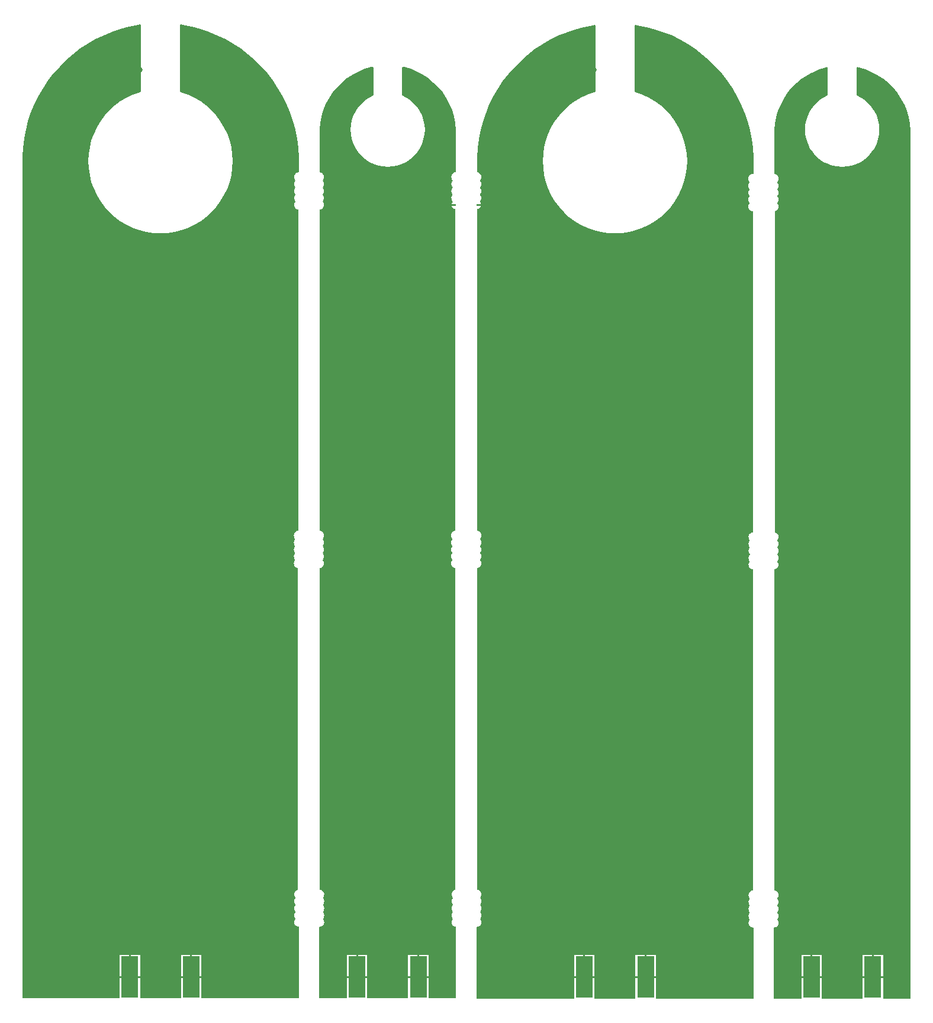
<source format=gbl>
G04*
G04 #@! TF.GenerationSoftware,Altium Limited,Altium Designer,20.0.13 (296)*
G04*
G04 Layer_Physical_Order=2*
G04 Layer_Color=16711680*
%FSLAX44Y44*%
%MOMM*%
G71*
G01*
G75*
%ADD35R,2.4100X5.8900*%
%ADD40C,0.8500*%
%ADD41C,0.8000*%
%ADD42C,3.0000*%
G36*
X1199174Y1334202D02*
X1208360Y1331416D01*
X1217229Y1327742D01*
X1225695Y1323217D01*
X1233677Y1317883D01*
X1241098Y1311793D01*
X1247886Y1305005D01*
X1253977Y1297584D01*
X1259310Y1289602D01*
X1263835Y1281136D01*
X1267509Y1272267D01*
X1270296Y1263080D01*
X1272169Y1253665D01*
X1273109Y1244111D01*
Y1239311D01*
X1273109Y1606D01*
X1233420D01*
Y31230D01*
X1218830D01*
X1204240D01*
Y1606D01*
X1145765D01*
Y31230D01*
X1131175D01*
X1116585D01*
Y1606D01*
X1077520D01*
Y103447D01*
X1079197Y103667D01*
X1080778Y104322D01*
X1082136Y105364D01*
X1083178Y106722D01*
X1083833Y108303D01*
X1084056Y110000D01*
X1083833Y111697D01*
X1083178Y113278D01*
X1082136Y114636D01*
X1082557Y115913D01*
X1083178Y116722D01*
X1083833Y118303D01*
X1084056Y120000D01*
X1083833Y121697D01*
X1083178Y123278D01*
X1082557Y124087D01*
X1082256Y125000D01*
X1082557Y125913D01*
X1083178Y126722D01*
X1083833Y128303D01*
X1084056Y130000D01*
X1083833Y131697D01*
X1083178Y133278D01*
X1082557Y134087D01*
X1082136Y135364D01*
X1083178Y136722D01*
X1083833Y138303D01*
X1084056Y140000D01*
X1083833Y141697D01*
X1083178Y143278D01*
X1082136Y144636D01*
X1082557Y145913D01*
X1083178Y146722D01*
X1083833Y148303D01*
X1084056Y150000D01*
X1083833Y151697D01*
X1083178Y153278D01*
X1082136Y154636D01*
X1080778Y155678D01*
X1079197Y156333D01*
X1078315Y156449D01*
X1078315Y616051D01*
X1079197Y616167D01*
X1080778Y616822D01*
X1082136Y617864D01*
X1083178Y619222D01*
X1083833Y620803D01*
X1084056Y622500D01*
X1083833Y624197D01*
X1083178Y625778D01*
X1082557Y626587D01*
X1082136Y627864D01*
X1083178Y629222D01*
X1083833Y630803D01*
X1084056Y632500D01*
X1083833Y634197D01*
X1083178Y635778D01*
X1082136Y637136D01*
Y637864D01*
X1083178Y639222D01*
X1083833Y640803D01*
X1084056Y642500D01*
X1083833Y644197D01*
X1083178Y645778D01*
X1082136Y647136D01*
X1082557Y648413D01*
X1083178Y649222D01*
X1083833Y650803D01*
X1084056Y652500D01*
X1083833Y654197D01*
X1083178Y655778D01*
X1082557Y656587D01*
X1082136Y657864D01*
X1083178Y659222D01*
X1083833Y660803D01*
X1084056Y662500D01*
X1083833Y664197D01*
X1083178Y665778D01*
X1082136Y667136D01*
X1080778Y668178D01*
X1079197Y668833D01*
X1078460Y668930D01*
X1078460Y1128570D01*
X1079197Y1128667D01*
X1080778Y1129322D01*
X1082136Y1130364D01*
X1083178Y1131722D01*
X1083833Y1133303D01*
X1084056Y1135000D01*
X1083833Y1136697D01*
X1083178Y1138278D01*
X1082557Y1139087D01*
X1082136Y1140364D01*
X1083178Y1141722D01*
X1083833Y1143303D01*
X1084056Y1145000D01*
X1083833Y1146697D01*
X1083178Y1148278D01*
X1082136Y1149636D01*
Y1150364D01*
X1083178Y1151722D01*
X1083833Y1153303D01*
X1084056Y1155000D01*
X1083833Y1156697D01*
X1083178Y1158278D01*
X1082136Y1159636D01*
X1082557Y1160913D01*
X1083178Y1161722D01*
X1083833Y1163303D01*
X1084056Y1165000D01*
X1083833Y1166697D01*
X1083178Y1168278D01*
X1082557Y1169087D01*
X1082136Y1170364D01*
X1083178Y1171722D01*
X1083833Y1173303D01*
X1084056Y1175000D01*
X1083833Y1176697D01*
X1083178Y1178278D01*
X1082136Y1179636D01*
X1080778Y1180678D01*
X1079197Y1181333D01*
X1077700Y1181530D01*
Y1239311D01*
Y1244111D01*
X1078641Y1253665D01*
X1080513Y1263080D01*
X1083300Y1272267D01*
X1086974Y1281136D01*
X1091499Y1289602D01*
X1096832Y1297584D01*
X1102923Y1305005D01*
X1109711Y1311793D01*
X1117132Y1317883D01*
X1125114Y1323217D01*
X1133580Y1327742D01*
X1142449Y1331416D01*
X1151635Y1334202D01*
X1153459Y1334565D01*
X1154441Y1333759D01*
Y1293956D01*
X1148443Y1290998D01*
X1142666Y1287138D01*
X1137443Y1282557D01*
X1132862Y1277334D01*
X1129002Y1271557D01*
X1125929Y1265326D01*
X1123696Y1258747D01*
X1122341Y1251933D01*
X1121886Y1245000D01*
X1122341Y1238067D01*
X1123696Y1231253D01*
X1125929Y1224674D01*
X1129002Y1218443D01*
X1132862Y1212666D01*
X1137443Y1207443D01*
X1142666Y1202862D01*
X1148443Y1199002D01*
X1154674Y1195929D01*
X1161253Y1193696D01*
X1168067Y1192341D01*
X1175000Y1191886D01*
X1181933Y1192341D01*
X1188747Y1193696D01*
X1195326Y1195929D01*
X1201557Y1199002D01*
X1207334Y1202862D01*
X1212557Y1207443D01*
X1217138Y1212666D01*
X1220998Y1218443D01*
X1224071Y1224674D01*
X1226304Y1231253D01*
X1227659Y1238067D01*
X1228114Y1245000D01*
X1227659Y1251933D01*
X1226304Y1258747D01*
X1224071Y1265326D01*
X1220998Y1271557D01*
X1217138Y1277334D01*
X1212557Y1282557D01*
X1207334Y1287138D01*
X1201557Y1290998D01*
X1195559Y1293956D01*
Y1333920D01*
X1196541Y1334726D01*
X1199174Y1334202D01*
D02*
G37*
G36*
X882627Y1394480D02*
X895323Y1391955D01*
X907826Y1388604D01*
X920083Y1384444D01*
X932042Y1379490D01*
X943652Y1373765D01*
X954862Y1367293D01*
X965625Y1360101D01*
X975895Y1352221D01*
X985627Y1343686D01*
X994780Y1334533D01*
X1003314Y1324801D01*
X1011194Y1314532D01*
X1018386Y1303768D01*
X1024858Y1292559D01*
X1030583Y1280949D01*
X1035537Y1268990D01*
X1039698Y1256733D01*
X1043048Y1244230D01*
X1045573Y1231534D01*
X1047263Y1218700D01*
X1048110Y1205783D01*
Y1199311D01*
X1048109Y1182448D01*
X1047156Y1181611D01*
X1045459Y1181388D01*
X1043877Y1180733D01*
X1042520Y1179691D01*
X1041478Y1178333D01*
X1040823Y1176752D01*
X1040600Y1175055D01*
X1040823Y1173358D01*
X1041478Y1171777D01*
X1042098Y1170968D01*
X1042520Y1169691D01*
X1041478Y1168333D01*
X1040823Y1166752D01*
X1040600Y1165055D01*
X1040823Y1163358D01*
X1041478Y1161777D01*
X1042520Y1160419D01*
X1042098Y1159142D01*
X1041478Y1158333D01*
X1040823Y1156752D01*
X1040600Y1155055D01*
X1040823Y1153358D01*
X1041478Y1151777D01*
X1042098Y1150968D01*
X1042400Y1150055D01*
X1042098Y1149142D01*
X1041478Y1148333D01*
X1040823Y1146752D01*
X1040600Y1145055D01*
X1040823Y1143358D01*
X1041478Y1141777D01*
X1042098Y1140968D01*
X1042520Y1139691D01*
X1041478Y1138333D01*
X1040823Y1136752D01*
X1040600Y1135055D01*
X1040823Y1133358D01*
X1041478Y1131777D01*
X1042520Y1130419D01*
X1043877Y1129377D01*
X1045459Y1128722D01*
X1045769Y1128681D01*
X1045803Y1128667D01*
X1047343Y1128465D01*
Y669035D01*
X1045803Y668833D01*
X1044222Y668178D01*
X1042864Y667136D01*
X1041822Y665778D01*
X1041167Y664197D01*
X1040944Y662500D01*
X1041167Y660803D01*
X1041822Y659222D01*
X1042443Y658413D01*
X1042744Y657500D01*
X1042443Y656587D01*
X1041822Y655778D01*
X1041167Y654197D01*
X1040944Y652500D01*
X1041167Y650803D01*
X1041822Y649222D01*
X1042443Y648413D01*
X1042744Y647500D01*
X1042443Y646587D01*
X1041822Y645778D01*
X1041167Y644197D01*
X1040944Y642500D01*
X1041167Y640803D01*
X1041822Y639222D01*
X1042864Y637864D01*
Y637136D01*
X1041822Y635778D01*
X1041167Y634197D01*
X1040944Y632500D01*
X1041167Y630803D01*
X1041822Y629222D01*
X1042443Y628413D01*
X1042744Y627500D01*
X1042443Y626587D01*
X1041822Y625778D01*
X1041167Y624197D01*
X1040944Y622500D01*
X1041167Y620803D01*
X1041822Y619222D01*
X1042864Y617864D01*
X1044222Y616822D01*
X1045803Y616167D01*
X1047197Y615984D01*
Y156516D01*
X1045803Y156333D01*
X1044222Y155678D01*
X1042864Y154636D01*
X1041822Y153278D01*
X1041167Y151697D01*
X1040944Y150000D01*
X1041167Y148303D01*
X1041822Y146722D01*
X1042443Y145913D01*
X1042744Y145000D01*
X1042443Y144087D01*
X1041822Y143278D01*
X1041167Y141697D01*
X1040944Y140000D01*
X1041167Y138303D01*
X1041822Y136722D01*
X1042443Y135913D01*
X1042744Y135000D01*
X1042443Y134087D01*
X1041822Y133278D01*
X1041167Y131697D01*
X1040944Y130000D01*
X1041167Y128303D01*
X1041822Y126722D01*
X1042443Y125913D01*
X1042744Y125000D01*
X1042443Y124087D01*
X1041822Y123278D01*
X1041167Y121697D01*
X1040944Y120000D01*
X1041167Y118303D01*
X1041822Y116722D01*
X1042443Y115913D01*
X1042744Y115000D01*
X1042443Y114087D01*
X1041822Y113278D01*
X1041167Y111697D01*
X1040944Y110000D01*
X1041167Y108303D01*
X1041822Y106722D01*
X1042864Y105364D01*
X1044222Y104322D01*
X1045803Y103667D01*
X1047500Y103444D01*
X1048109Y102909D01*
Y1606D01*
X908420D01*
Y31230D01*
X893830D01*
X879240D01*
Y1606D01*
X820765Y1606D01*
Y31230D01*
X806175D01*
X791585D01*
Y1606D01*
X652295D01*
X652292Y104058D01*
X652687Y104405D01*
X654384Y104628D01*
X655965Y105283D01*
X657323Y106325D01*
X658365Y107683D01*
X659020Y109264D01*
X659243Y110961D01*
X659020Y112658D01*
X658365Y114239D01*
X657744Y115048D01*
X657443Y115961D01*
X657744Y116874D01*
X658365Y117683D01*
X659020Y119264D01*
X659243Y120961D01*
X659020Y122658D01*
X658365Y124239D01*
X657744Y125048D01*
X657443Y125961D01*
X657744Y126874D01*
X658365Y127683D01*
X659020Y129264D01*
X659243Y130961D01*
X659020Y132658D01*
X658365Y134239D01*
X657744Y135048D01*
X657443Y135961D01*
X657744Y136874D01*
X658365Y137683D01*
X659020Y139264D01*
X659243Y140961D01*
X659020Y142658D01*
X658365Y144239D01*
X657744Y145048D01*
X657443Y145961D01*
X657744Y146874D01*
X658365Y147683D01*
X659020Y149264D01*
X659243Y150961D01*
X659020Y152658D01*
X658365Y154239D01*
X657323Y155597D01*
X655965Y156639D01*
X654384Y157294D01*
X652899Y157489D01*
X652899Y617980D01*
X654011Y618126D01*
X655592Y618781D01*
X656950Y619823D01*
X657991Y621181D01*
X658646Y622762D01*
X658870Y624459D01*
X658646Y626156D01*
X657991Y627737D01*
X656950Y629095D01*
X657371Y630372D01*
X657991Y631181D01*
X658646Y632762D01*
X658870Y634459D01*
X658646Y636156D01*
X657991Y637737D01*
X657371Y638545D01*
X657070Y639459D01*
X657371Y640372D01*
X657991Y641181D01*
X658646Y642762D01*
X658870Y644459D01*
X658646Y646156D01*
X657991Y647737D01*
X657371Y648546D01*
X656950Y649823D01*
X657991Y651181D01*
X658646Y652762D01*
X658870Y654459D01*
X658646Y656156D01*
X657991Y657737D01*
X656950Y659095D01*
X657371Y660372D01*
X657991Y661181D01*
X658646Y662762D01*
X658870Y664459D01*
X658646Y666156D01*
X657991Y667737D01*
X656950Y669095D01*
X655592Y670136D01*
X654011Y670791D01*
X653052Y670918D01*
X653052Y1131451D01*
X654857Y1131811D01*
X656855Y1133145D01*
X658189Y1135143D01*
X658406Y1136230D01*
X652500D01*
Y1138770D01*
X658406D01*
X658189Y1139857D01*
X656855Y1141855D01*
X657297Y1143086D01*
X658171Y1144226D01*
X658826Y1145807D01*
X659050Y1147504D01*
X658826Y1149201D01*
X658171Y1150782D01*
X657551Y1151591D01*
X657249Y1152504D01*
X657551Y1153417D01*
X658171Y1154226D01*
X658826Y1155807D01*
X659050Y1157504D01*
X658826Y1159201D01*
X658171Y1160782D01*
X657551Y1161590D01*
X657249Y1162504D01*
X657551Y1163417D01*
X658171Y1164226D01*
X658826Y1165807D01*
X659050Y1167504D01*
X658826Y1169201D01*
X658171Y1170782D01*
X657551Y1171590D01*
X657249Y1172504D01*
X657551Y1173417D01*
X658171Y1174226D01*
X658826Y1175807D01*
X659050Y1177504D01*
X658826Y1179201D01*
X658171Y1180782D01*
X657129Y1182140D01*
X655771Y1183182D01*
X654190Y1183837D01*
X652685Y1184035D01*
X652700Y1199309D01*
X652699Y1199310D01*
X652700Y1199312D01*
Y1205784D01*
X653546Y1218700D01*
X655236Y1231534D01*
X657761Y1244230D01*
X661111Y1256733D01*
X665272Y1268990D01*
X670226Y1280949D01*
X675951Y1292559D01*
X682423Y1303769D01*
X689615Y1314532D01*
X697495Y1324801D01*
X706030Y1334534D01*
X715183Y1343686D01*
X724915Y1352221D01*
X735184Y1360101D01*
X745947Y1367293D01*
X757157Y1373765D01*
X768767Y1379490D01*
X780726Y1384444D01*
X792983Y1388604D01*
X805486Y1391955D01*
X818182Y1394480D01*
X820986Y1394849D01*
X821941Y1394012D01*
Y1299154D01*
X820065Y1298684D01*
X810536Y1295274D01*
X801388Y1290947D01*
X792707Y1285745D01*
X784579Y1279716D01*
X777080Y1272920D01*
X770284Y1265421D01*
X764255Y1257293D01*
X759053Y1248612D01*
X754726Y1239464D01*
X751316Y1229935D01*
X748857Y1220118D01*
X747372Y1210108D01*
X746876Y1200000D01*
X747372Y1189892D01*
X748857Y1179882D01*
X751316Y1170065D01*
X754726Y1160536D01*
X759053Y1151388D01*
X764255Y1142707D01*
X770284Y1134579D01*
X777080Y1127080D01*
X784579Y1120284D01*
X792707Y1114255D01*
X801388Y1109053D01*
X810536Y1104726D01*
X820065Y1101316D01*
X829882Y1098857D01*
X839892Y1097372D01*
X850000Y1096876D01*
X860108Y1097372D01*
X870118Y1098857D01*
X879935Y1101316D01*
X889464Y1104726D01*
X898612Y1109053D01*
X907293Y1114255D01*
X915421Y1120284D01*
X922920Y1127080D01*
X929716Y1134579D01*
X935745Y1142707D01*
X940947Y1151388D01*
X945274Y1160536D01*
X948684Y1170065D01*
X951143Y1179882D01*
X952628Y1189892D01*
X953124Y1200000D01*
X952628Y1210108D01*
X951143Y1220118D01*
X948684Y1229935D01*
X945274Y1239464D01*
X940947Y1248612D01*
X935745Y1257293D01*
X929716Y1265421D01*
X922920Y1272920D01*
X915421Y1279716D01*
X907293Y1285745D01*
X898612Y1290947D01*
X889464Y1295274D01*
X879935Y1298684D01*
X878059Y1299154D01*
Y1394118D01*
X879014Y1394956D01*
X882627Y1394480D01*
D02*
G37*
G36*
X504441Y1334529D02*
Y1293956D01*
X498443Y1290998D01*
X492666Y1287138D01*
X487443Y1282557D01*
X482862Y1277334D01*
X479002Y1271557D01*
X475929Y1265326D01*
X473696Y1258747D01*
X472341Y1251933D01*
X471886Y1245000D01*
X472341Y1238067D01*
X473696Y1231253D01*
X475929Y1224674D01*
X479002Y1218443D01*
X482862Y1212666D01*
X487443Y1207443D01*
X492666Y1202862D01*
X498443Y1199002D01*
X504674Y1195929D01*
X511253Y1193696D01*
X518067Y1192341D01*
X525000Y1191886D01*
X531933Y1192341D01*
X538747Y1193696D01*
X545326Y1195929D01*
X551557Y1199002D01*
X557334Y1202862D01*
X562557Y1207443D01*
X567138Y1212666D01*
X570998Y1218443D01*
X574071Y1224674D01*
X576304Y1231253D01*
X577659Y1238067D01*
X578114Y1245000D01*
X577659Y1251933D01*
X576304Y1258747D01*
X574071Y1265326D01*
X570998Y1271557D01*
X567138Y1277334D01*
X562557Y1282557D01*
X557334Y1287138D01*
X551557Y1290998D01*
X545559Y1293956D01*
Y1334529D01*
X546540Y1335334D01*
X548769Y1334891D01*
X557956Y1332104D01*
X566825Y1328431D01*
X575291Y1323905D01*
X583273Y1318572D01*
X590694Y1312482D01*
X597482Y1305694D01*
X603572Y1298273D01*
X608905Y1290291D01*
X613431Y1281825D01*
X617104Y1272956D01*
X619891Y1263769D01*
X621764Y1254353D01*
X622705Y1244800D01*
X622705Y1240000D01*
X622699Y1184240D01*
X622493Y1184060D01*
X620797Y1183837D01*
X619215Y1183182D01*
X617858Y1182140D01*
X616816Y1180782D01*
X616161Y1179201D01*
X615937Y1177504D01*
X616161Y1175807D01*
X616816Y1174226D01*
X617436Y1173417D01*
X617858Y1172140D01*
X616816Y1170782D01*
X616161Y1169201D01*
X615937Y1167504D01*
X616161Y1165807D01*
X616816Y1164226D01*
X617858Y1162868D01*
X617436Y1161590D01*
X616816Y1160782D01*
X616161Y1159201D01*
X615937Y1157504D01*
X616161Y1155807D01*
X616816Y1154226D01*
X617436Y1153417D01*
X617737Y1152504D01*
X617436Y1151591D01*
X616816Y1150782D01*
X616161Y1149201D01*
X615937Y1147504D01*
X616161Y1145807D01*
X616816Y1144226D01*
X617694Y1143081D01*
X618145Y1141855D01*
X616810Y1139857D01*
X616594Y1138770D01*
X622500D01*
Y1136230D01*
X616594D01*
X616810Y1135143D01*
X618145Y1133145D01*
X620143Y1131811D01*
X621935Y1131454D01*
Y670965D01*
X620617Y670791D01*
X619036Y670136D01*
X617678Y669095D01*
X616636Y667737D01*
X615981Y666156D01*
X615758Y664459D01*
X615981Y662762D01*
X616636Y661181D01*
X617257Y660372D01*
X617558Y659459D01*
X617257Y658546D01*
X616636Y657737D01*
X615981Y656156D01*
X615758Y654459D01*
X615981Y652762D01*
X616636Y651181D01*
X617257Y650372D01*
X617558Y649459D01*
X617257Y648546D01*
X616636Y647737D01*
X615981Y646156D01*
X615758Y644459D01*
X615981Y642762D01*
X616636Y641181D01*
X617257Y640372D01*
X617558Y639459D01*
X617257Y638545D01*
X616636Y637737D01*
X615981Y636156D01*
X615758Y634459D01*
X615981Y632762D01*
X616636Y631181D01*
X617257Y630372D01*
X617558Y629459D01*
X617257Y628545D01*
X616636Y627737D01*
X615981Y626156D01*
X615758Y624459D01*
X615981Y622762D01*
X616636Y621181D01*
X617678Y619823D01*
X619036Y618781D01*
X620617Y618126D01*
X621781Y617973D01*
Y157398D01*
X620990Y157294D01*
X619409Y156639D01*
X618051Y155597D01*
X617010Y154239D01*
X616354Y152658D01*
X616131Y150961D01*
X616354Y149264D01*
X617010Y147683D01*
X617630Y146874D01*
X618051Y145597D01*
X617010Y144239D01*
X616354Y142658D01*
X616131Y140961D01*
X616354Y139264D01*
X617010Y137683D01*
X618051Y136325D01*
X617630Y135048D01*
X617010Y134239D01*
X616354Y132658D01*
X616131Y130961D01*
X616354Y129264D01*
X617010Y127683D01*
X617630Y126874D01*
X617931Y125961D01*
X617630Y125048D01*
X617010Y124239D01*
X616354Y122658D01*
X616131Y120961D01*
X616354Y119264D01*
X617010Y117683D01*
X617630Y116874D01*
X618051Y115597D01*
X617010Y114239D01*
X616354Y112658D01*
X616131Y110961D01*
X616354Y109264D01*
X617010Y107683D01*
X618051Y106325D01*
X619409Y105283D01*
X620990Y104628D01*
X622687Y104405D01*
X622705Y104389D01*
Y2295D01*
X583420D01*
Y31230D01*
X568830D01*
X554240D01*
Y2295D01*
X495765D01*
Y31230D01*
X481175D01*
X466585D01*
Y2295D01*
X427115D01*
Y103894D01*
X427694Y104401D01*
X429391Y104625D01*
X430972Y105280D01*
X432330Y106321D01*
X433372Y107679D01*
X434026Y109260D01*
X434250Y110957D01*
X434026Y112654D01*
X433372Y114235D01*
X432751Y115044D01*
X432450Y115957D01*
X432751Y116871D01*
X433372Y117679D01*
X434026Y119260D01*
X434250Y120957D01*
X434026Y122654D01*
X433372Y124235D01*
X432751Y125044D01*
X432450Y125957D01*
X432751Y126870D01*
X433372Y127679D01*
X434026Y129260D01*
X434250Y130957D01*
X434026Y132654D01*
X433372Y134235D01*
X432751Y135044D01*
X432450Y135957D01*
X432751Y136870D01*
X433372Y137679D01*
X434026Y139260D01*
X434250Y140957D01*
X434026Y142654D01*
X433372Y144235D01*
X432751Y145044D01*
X432450Y145957D01*
X432751Y146870D01*
X433372Y147679D01*
X434026Y149260D01*
X434250Y150957D01*
X434026Y152654D01*
X433372Y154235D01*
X432330Y155593D01*
X430972Y156635D01*
X429391Y157290D01*
X427906Y157485D01*
X427906Y617976D01*
X429017Y618122D01*
X430598Y618777D01*
X431956Y619819D01*
X432998Y621177D01*
X433653Y622758D01*
X433876Y624455D01*
X433653Y626152D01*
X432998Y627733D01*
X431956Y629091D01*
X432378Y630368D01*
X432998Y631177D01*
X433653Y632758D01*
X433876Y634455D01*
X433653Y636152D01*
X432998Y637733D01*
X432378Y638542D01*
X432076Y639455D01*
X432378Y640368D01*
X432998Y641177D01*
X433653Y642758D01*
X433876Y644455D01*
X433653Y646152D01*
X432998Y647733D01*
X432378Y648542D01*
X431956Y649819D01*
X432998Y651177D01*
X433653Y652758D01*
X433876Y654455D01*
X433653Y656152D01*
X432998Y657733D01*
X431956Y659091D01*
X432378Y660368D01*
X432998Y661177D01*
X433653Y662758D01*
X433876Y664455D01*
X433653Y666152D01*
X432998Y667733D01*
X431956Y669091D01*
X430598Y670133D01*
X429017Y670788D01*
X428059Y670914D01*
X428059Y1131018D01*
X429197Y1131167D01*
X430778Y1131822D01*
X432136Y1132864D01*
X433178Y1134222D01*
X433833Y1135803D01*
X434056Y1137500D01*
X433833Y1139197D01*
X433178Y1140778D01*
X432557Y1141587D01*
X432256Y1142500D01*
X432557Y1143413D01*
X433178Y1144222D01*
X433833Y1145803D01*
X434056Y1147500D01*
X433833Y1149197D01*
X433178Y1150778D01*
X432557Y1151587D01*
X432256Y1152500D01*
X432557Y1153413D01*
X433178Y1154222D01*
X433833Y1155803D01*
X434056Y1157500D01*
X433833Y1159197D01*
X433178Y1160778D01*
X432557Y1161587D01*
X432256Y1162500D01*
X432557Y1163413D01*
X433178Y1164222D01*
X433833Y1165803D01*
X434056Y1167500D01*
X433833Y1169197D01*
X433178Y1170778D01*
X432557Y1171587D01*
X432256Y1172500D01*
X432557Y1173413D01*
X433178Y1174222D01*
X433833Y1175803D01*
X434056Y1177500D01*
X433833Y1179197D01*
X433178Y1180778D01*
X432136Y1182136D01*
X430778Y1183178D01*
X429197Y1183833D01*
X427500Y1184056D01*
X427295Y1184236D01*
Y1240000D01*
Y1244800D01*
X428236Y1254353D01*
X430109Y1263769D01*
X432896Y1272955D01*
X436569Y1281825D01*
X441095Y1290291D01*
X446428Y1298273D01*
X452518Y1305694D01*
X459306Y1312482D01*
X466727Y1318572D01*
X474709Y1323905D01*
X483175Y1328431D01*
X492044Y1332104D01*
X501231Y1334891D01*
X503460Y1335334D01*
X504441Y1334529D01*
D02*
G37*
G36*
X171941Y1394754D02*
Y1300000D01*
X172102Y1299194D01*
X170065Y1298684D01*
X160536Y1295274D01*
X151388Y1290947D01*
X142707Y1285745D01*
X134579Y1279716D01*
X127080Y1272920D01*
X120284Y1265421D01*
X114255Y1257293D01*
X109053Y1248612D01*
X104726Y1239464D01*
X101316Y1229935D01*
X98857Y1220118D01*
X97372Y1210108D01*
X96876Y1200000D01*
X97372Y1189892D01*
X98857Y1179882D01*
X101316Y1170065D01*
X104726Y1160536D01*
X109053Y1151388D01*
X114255Y1142707D01*
X120284Y1134579D01*
X127080Y1127080D01*
X134579Y1120284D01*
X142707Y1114255D01*
X151388Y1109053D01*
X160536Y1104726D01*
X170065Y1101316D01*
X179881Y1098857D01*
X189892Y1097372D01*
X200000Y1096876D01*
X210108Y1097372D01*
X220119Y1098857D01*
X229935Y1101316D01*
X239464Y1104726D01*
X248612Y1109053D01*
X257293Y1114255D01*
X265421Y1120284D01*
X272920Y1127080D01*
X279716Y1134579D01*
X285745Y1142707D01*
X290947Y1151388D01*
X295274Y1160536D01*
X298684Y1170065D01*
X301143Y1179882D01*
X302628Y1189892D01*
X303124Y1200000D01*
X302628Y1210108D01*
X301143Y1220118D01*
X298684Y1229935D01*
X295274Y1239464D01*
X290947Y1248612D01*
X285745Y1257293D01*
X279716Y1265421D01*
X272920Y1272920D01*
X265421Y1279716D01*
X257293Y1285745D01*
X248612Y1290947D01*
X239464Y1295274D01*
X229935Y1298684D01*
X227898Y1299194D01*
X228059Y1300000D01*
Y1394754D01*
X229014Y1395591D01*
X232222Y1395169D01*
X244918Y1392643D01*
X257421Y1389293D01*
X269679Y1385132D01*
X281638Y1380179D01*
X293248Y1374453D01*
X304458Y1367981D01*
X315220Y1360790D01*
X325490Y1352910D01*
X335222Y1344375D01*
X344375Y1335222D01*
X352910Y1325490D01*
X360790Y1315220D01*
X367982Y1304457D01*
X374454Y1293247D01*
X380179Y1281638D01*
X385132Y1269679D01*
X389293Y1257422D01*
X392644Y1244918D01*
X395169Y1232222D01*
X396858Y1219389D01*
X397705Y1206472D01*
Y1200000D01*
X397705Y1184236D01*
X397500Y1184056D01*
X395803Y1183833D01*
X394222Y1183178D01*
X392864Y1182136D01*
X391822Y1180778D01*
X391167Y1179197D01*
X390944Y1177500D01*
X391167Y1175803D01*
X391822Y1174222D01*
X392443Y1173413D01*
X392864Y1172136D01*
X391822Y1170778D01*
X391167Y1169197D01*
X390944Y1167500D01*
X391167Y1165803D01*
X391822Y1164222D01*
X392864Y1162864D01*
X392443Y1161587D01*
X391822Y1160778D01*
X391167Y1159197D01*
X390944Y1157500D01*
X391167Y1155803D01*
X391822Y1154222D01*
X392443Y1153413D01*
X392744Y1152500D01*
X392443Y1151587D01*
X391822Y1150778D01*
X391167Y1149197D01*
X390944Y1147500D01*
X391167Y1145803D01*
X391822Y1144222D01*
X392443Y1143413D01*
X392864Y1142136D01*
X391822Y1140778D01*
X391167Y1139197D01*
X390944Y1137500D01*
X391167Y1135803D01*
X391822Y1134222D01*
X392864Y1132864D01*
X394222Y1131822D01*
X395803Y1131167D01*
X396941Y1131018D01*
Y670961D01*
X395624Y670788D01*
X394042Y670133D01*
X392685Y669091D01*
X391643Y667733D01*
X390988Y666152D01*
X390764Y664455D01*
X390988Y662758D01*
X391643Y661177D01*
X392263Y660368D01*
X392564Y659455D01*
X392263Y658542D01*
X391643Y657733D01*
X390988Y656152D01*
X390764Y654455D01*
X390988Y652758D01*
X391643Y651177D01*
X392263Y650368D01*
X392564Y649455D01*
X392263Y648542D01*
X391643Y647733D01*
X390988Y646152D01*
X390764Y644455D01*
X390988Y642758D01*
X391643Y641177D01*
X392263Y640368D01*
X392564Y639455D01*
X392263Y638542D01*
X391643Y637733D01*
X390988Y636152D01*
X390764Y634455D01*
X390988Y632758D01*
X391643Y631177D01*
X392263Y630368D01*
X392564Y629455D01*
X392263Y628542D01*
X391643Y627733D01*
X390988Y626152D01*
X390764Y624455D01*
X390988Y622758D01*
X391643Y621177D01*
X392685Y619819D01*
X394042Y618777D01*
X395624Y618122D01*
X396788Y617969D01*
Y157394D01*
X395997Y157290D01*
X394416Y156635D01*
X393058Y155593D01*
X392016Y154235D01*
X391361Y152654D01*
X391138Y150957D01*
X391361Y149260D01*
X392016Y147679D01*
X392637Y146870D01*
X393058Y145593D01*
X392016Y144235D01*
X391361Y142654D01*
X391138Y140957D01*
X391361Y139260D01*
X392016Y137679D01*
X393058Y136321D01*
X392637Y135044D01*
X392016Y134235D01*
X391361Y132654D01*
X391138Y130957D01*
X391361Y129260D01*
X392016Y127679D01*
X392637Y126870D01*
X392938Y125957D01*
X392637Y125044D01*
X392016Y124235D01*
X391361Y122654D01*
X391138Y120957D01*
X391361Y119260D01*
X392016Y117679D01*
X392637Y116871D01*
X393058Y115593D01*
X392016Y114235D01*
X391361Y112654D01*
X391138Y110957D01*
X391361Y109260D01*
X392016Y107679D01*
X393058Y106321D01*
X394416Y105280D01*
X395997Y104625D01*
X397694Y104401D01*
X397705Y104391D01*
Y2295D01*
X258420D01*
Y31230D01*
X243830D01*
X229240D01*
Y2295D01*
X170765D01*
Y31230D01*
X156175D01*
X141585D01*
Y2295D01*
X2295D01*
Y1200000D01*
Y1206472D01*
X3142Y1219389D01*
X4831Y1232222D01*
X7357Y1244918D01*
X10707Y1257421D01*
X14868Y1269679D01*
X19821Y1281638D01*
X25547Y1293248D01*
X32019Y1304458D01*
X39210Y1315220D01*
X47090Y1325490D01*
X55625Y1335222D01*
X64778Y1344375D01*
X74510Y1352910D01*
X84780Y1360790D01*
X95543Y1367982D01*
X106753Y1374454D01*
X118362Y1380179D01*
X130321Y1385132D01*
X142578Y1389293D01*
X155082Y1392643D01*
X167778Y1395169D01*
X170986Y1395591D01*
X171941Y1394754D01*
D02*
G37*
%LPC*%
G36*
X1145765Y64490D02*
X1132445D01*
Y33770D01*
X1145765D01*
Y64490D01*
D02*
G37*
G36*
X1129905D02*
X1116585D01*
Y33770D01*
X1129905D01*
Y64490D01*
D02*
G37*
G36*
X1233420D02*
X1220100D01*
Y33770D01*
X1233420D01*
Y64490D01*
D02*
G37*
G36*
X1217560D02*
X1204240D01*
Y33770D01*
X1217560D01*
Y64490D01*
D02*
G37*
G36*
X820765D02*
X807445D01*
Y33770D01*
X820765D01*
Y64490D01*
D02*
G37*
G36*
X804905D02*
X791585D01*
Y33770D01*
X804905D01*
Y64490D01*
D02*
G37*
G36*
X908420D02*
X895100D01*
Y33770D01*
X908420D01*
Y64490D01*
D02*
G37*
G36*
X892560D02*
X879240D01*
Y33770D01*
X892560D01*
Y64490D01*
D02*
G37*
G36*
X495765D02*
X482445D01*
Y33770D01*
X495765D01*
Y64490D01*
D02*
G37*
G36*
X479905D02*
X466585D01*
Y33770D01*
X479905D01*
Y64490D01*
D02*
G37*
G36*
X583420D02*
X570100D01*
Y33770D01*
X583420D01*
Y64490D01*
D02*
G37*
G36*
X567560D02*
X554240D01*
Y33770D01*
X567560D01*
Y64490D01*
D02*
G37*
G36*
X170765D02*
X157445D01*
Y33770D01*
X170765D01*
Y64490D01*
D02*
G37*
G36*
X154905D02*
X141585D01*
Y33770D01*
X154905D01*
Y64490D01*
D02*
G37*
G36*
X258420D02*
X245100D01*
Y33770D01*
X258420D01*
Y64490D01*
D02*
G37*
G36*
X242560D02*
X229240D01*
Y33770D01*
X242560D01*
Y64490D01*
D02*
G37*
%LPD*%
D35*
X806175Y32500D02*
D03*
X893830D02*
D03*
X1131175D02*
D03*
X1218830D02*
D03*
X156175D02*
D03*
X243830D02*
D03*
X481175D02*
D03*
X568830D02*
D03*
D40*
X1260002Y1170001D02*
D03*
Y1130001D02*
D03*
Y1090001D02*
D03*
Y1050001D02*
D03*
Y1010001D02*
D03*
Y970001D02*
D03*
Y930001D02*
D03*
Y890001D02*
D03*
Y850001D02*
D03*
Y810001D02*
D03*
Y770001D02*
D03*
Y730001D02*
D03*
Y690001D02*
D03*
Y650001D02*
D03*
Y610001D02*
D03*
Y570001D02*
D03*
Y530001D02*
D03*
Y490001D02*
D03*
Y450001D02*
D03*
Y410001D02*
D03*
Y370001D02*
D03*
Y330001D02*
D03*
Y290001D02*
D03*
Y250001D02*
D03*
Y210001D02*
D03*
Y170001D02*
D03*
Y130001D02*
D03*
Y90001D02*
D03*
Y50001D02*
D03*
Y10001D02*
D03*
X1250002Y1150001D02*
D03*
X1240002Y1130001D02*
D03*
X1250002Y1110001D02*
D03*
X1240002Y1090001D02*
D03*
X1250002Y1070001D02*
D03*
X1240002Y1050001D02*
D03*
X1250002Y1030001D02*
D03*
X1240002Y1010001D02*
D03*
X1250002Y990001D02*
D03*
X1240002Y970001D02*
D03*
X1250002Y950001D02*
D03*
X1240002Y930001D02*
D03*
X1250002Y910001D02*
D03*
X1240002Y890001D02*
D03*
X1250002Y870001D02*
D03*
X1240002Y850001D02*
D03*
X1250002Y830001D02*
D03*
X1240002Y810001D02*
D03*
X1250002Y790001D02*
D03*
X1240002Y770001D02*
D03*
X1250002Y750001D02*
D03*
X1240002Y730001D02*
D03*
X1250002Y710001D02*
D03*
X1240002Y690001D02*
D03*
X1250002Y670001D02*
D03*
X1240002Y650001D02*
D03*
X1250002Y630001D02*
D03*
X1240002Y610001D02*
D03*
X1250002Y590001D02*
D03*
X1240002Y570001D02*
D03*
X1250002Y550001D02*
D03*
X1240002Y530001D02*
D03*
X1250002Y510001D02*
D03*
X1240002Y490001D02*
D03*
X1250002Y470001D02*
D03*
X1240002Y450001D02*
D03*
X1250002Y430001D02*
D03*
X1240002Y410001D02*
D03*
X1250002Y390001D02*
D03*
X1240002Y370001D02*
D03*
X1250002Y350001D02*
D03*
X1240002Y330001D02*
D03*
X1250002Y310001D02*
D03*
X1240002Y290001D02*
D03*
X1250002Y270001D02*
D03*
X1240002Y250001D02*
D03*
X1250002Y230001D02*
D03*
X1240002Y210001D02*
D03*
X1250002Y190001D02*
D03*
X1240002Y170001D02*
D03*
X1250002Y150001D02*
D03*
X1240002Y130001D02*
D03*
X1250002Y110001D02*
D03*
X1240002Y90001D02*
D03*
X1250002Y70001D02*
D03*
Y30001D02*
D03*
X1230002Y1150001D02*
D03*
X1220002Y1130001D02*
D03*
X1230002Y1110001D02*
D03*
X1220002Y1090001D02*
D03*
X1230002Y1070001D02*
D03*
X1220002Y1050001D02*
D03*
X1230002Y1030001D02*
D03*
X1220002Y1010001D02*
D03*
X1230002Y990001D02*
D03*
X1220002Y970001D02*
D03*
X1230002Y950001D02*
D03*
X1220002Y930001D02*
D03*
X1230002Y910001D02*
D03*
X1220002Y890001D02*
D03*
X1230002Y870001D02*
D03*
X1220002Y850001D02*
D03*
X1230002Y830001D02*
D03*
X1220002Y810001D02*
D03*
X1230002Y790001D02*
D03*
X1220002Y770001D02*
D03*
X1230002Y750001D02*
D03*
X1220002Y730001D02*
D03*
X1230002Y710001D02*
D03*
X1220002Y690001D02*
D03*
X1230002Y670001D02*
D03*
X1220002Y650001D02*
D03*
X1230002Y630001D02*
D03*
X1220002Y610001D02*
D03*
X1230002Y590001D02*
D03*
X1220002Y570001D02*
D03*
X1230002Y550001D02*
D03*
X1220002Y530001D02*
D03*
X1230002Y510001D02*
D03*
X1220002Y490001D02*
D03*
X1230002Y470001D02*
D03*
X1220002Y450001D02*
D03*
X1230002Y430001D02*
D03*
X1220002Y410001D02*
D03*
X1230002Y390001D02*
D03*
X1220002Y370001D02*
D03*
X1230002Y350001D02*
D03*
X1220002Y330001D02*
D03*
X1230002Y310001D02*
D03*
X1220002Y290001D02*
D03*
X1230002Y270001D02*
D03*
X1220002Y250001D02*
D03*
X1230002Y230001D02*
D03*
X1220002Y210001D02*
D03*
X1230002Y190001D02*
D03*
X1220002Y170001D02*
D03*
X1230002Y150001D02*
D03*
X1220002Y130001D02*
D03*
X1230002Y110001D02*
D03*
X1220002Y90001D02*
D03*
X1210002Y1150001D02*
D03*
Y1110001D02*
D03*
Y1070001D02*
D03*
Y1030001D02*
D03*
Y990001D02*
D03*
Y950001D02*
D03*
Y910001D02*
D03*
Y870001D02*
D03*
Y830001D02*
D03*
Y790001D02*
D03*
Y750001D02*
D03*
Y710001D02*
D03*
Y670001D02*
D03*
Y630001D02*
D03*
Y590001D02*
D03*
Y550001D02*
D03*
Y510001D02*
D03*
Y470001D02*
D03*
Y430001D02*
D03*
Y390001D02*
D03*
Y350001D02*
D03*
Y310001D02*
D03*
Y270001D02*
D03*
Y230001D02*
D03*
Y190001D02*
D03*
Y150001D02*
D03*
Y110001D02*
D03*
X1140002Y1130001D02*
D03*
Y1090001D02*
D03*
Y1050001D02*
D03*
Y1010001D02*
D03*
Y970001D02*
D03*
Y930001D02*
D03*
Y890001D02*
D03*
Y850001D02*
D03*
Y810001D02*
D03*
Y770001D02*
D03*
Y730001D02*
D03*
Y690001D02*
D03*
Y650001D02*
D03*
Y610001D02*
D03*
Y570001D02*
D03*
Y530001D02*
D03*
Y490001D02*
D03*
Y450001D02*
D03*
Y410001D02*
D03*
Y370001D02*
D03*
Y330001D02*
D03*
Y290001D02*
D03*
Y250001D02*
D03*
Y210001D02*
D03*
Y170001D02*
D03*
Y130001D02*
D03*
Y90001D02*
D03*
X1130002Y1150001D02*
D03*
X1120002Y1130001D02*
D03*
X1130002Y1110001D02*
D03*
X1120002Y1090001D02*
D03*
X1130002Y1070001D02*
D03*
X1120002Y1050001D02*
D03*
X1130002Y1030001D02*
D03*
X1120002Y1010001D02*
D03*
X1130002Y990001D02*
D03*
X1120002Y970001D02*
D03*
X1130002Y950001D02*
D03*
X1120002Y930001D02*
D03*
X1130002Y910001D02*
D03*
X1120002Y890001D02*
D03*
X1130002Y870001D02*
D03*
X1120002Y850001D02*
D03*
X1130002Y830001D02*
D03*
X1120002Y810001D02*
D03*
X1130002Y790001D02*
D03*
X1120002Y770001D02*
D03*
X1130002Y750001D02*
D03*
X1120002Y730001D02*
D03*
X1130002Y710001D02*
D03*
X1120002Y690001D02*
D03*
X1130002Y670001D02*
D03*
X1120002Y650001D02*
D03*
X1130002Y630001D02*
D03*
X1120002Y610001D02*
D03*
X1130002Y590001D02*
D03*
X1120002Y570001D02*
D03*
X1130002Y550001D02*
D03*
X1120002Y530001D02*
D03*
X1130002Y510001D02*
D03*
X1120002Y490001D02*
D03*
X1130002Y470001D02*
D03*
X1120002Y450001D02*
D03*
X1130002Y430001D02*
D03*
X1120002Y410001D02*
D03*
X1130002Y390001D02*
D03*
X1120002Y370001D02*
D03*
X1130002Y350001D02*
D03*
X1120002Y330001D02*
D03*
X1130002Y310001D02*
D03*
X1120002Y290001D02*
D03*
X1130002Y270001D02*
D03*
X1120002Y250001D02*
D03*
X1130002Y230001D02*
D03*
X1120002Y210001D02*
D03*
X1130002Y190001D02*
D03*
X1120002Y170001D02*
D03*
X1130002Y150001D02*
D03*
X1120002Y130001D02*
D03*
X1130002Y110001D02*
D03*
X1120002Y90001D02*
D03*
X1100002Y1170001D02*
D03*
X1110002Y1150001D02*
D03*
X1100002Y1130001D02*
D03*
X1110002Y1110001D02*
D03*
X1100002Y1090001D02*
D03*
X1110002Y1070001D02*
D03*
X1100002Y1050001D02*
D03*
X1110002Y1030001D02*
D03*
X1100002Y1010001D02*
D03*
X1110002Y990001D02*
D03*
X1100002Y970001D02*
D03*
X1110002Y950001D02*
D03*
X1100002Y930001D02*
D03*
X1110002Y910001D02*
D03*
X1100002Y890001D02*
D03*
X1110002Y870001D02*
D03*
X1100002Y850001D02*
D03*
X1110002Y830001D02*
D03*
X1100002Y810001D02*
D03*
X1110002Y790001D02*
D03*
X1100002Y770001D02*
D03*
X1110002Y750001D02*
D03*
X1100002Y730001D02*
D03*
X1110002Y710001D02*
D03*
X1100002Y690001D02*
D03*
X1110002Y670001D02*
D03*
X1100002Y650001D02*
D03*
X1110002Y630001D02*
D03*
X1100002Y610001D02*
D03*
X1110002Y590001D02*
D03*
X1100002Y570001D02*
D03*
X1110002Y550001D02*
D03*
X1100002Y530001D02*
D03*
X1110002Y510001D02*
D03*
X1100002Y490001D02*
D03*
X1110002Y470001D02*
D03*
X1100002Y450001D02*
D03*
X1110002Y430001D02*
D03*
X1100002Y410001D02*
D03*
X1110002Y390001D02*
D03*
X1100002Y370001D02*
D03*
X1110002Y350001D02*
D03*
X1100002Y330001D02*
D03*
X1110002Y310001D02*
D03*
X1100002Y290001D02*
D03*
X1110002Y270001D02*
D03*
X1100002Y250001D02*
D03*
X1110002Y230001D02*
D03*
X1100002Y210001D02*
D03*
X1110002Y190001D02*
D03*
X1100002Y170001D02*
D03*
X1110002Y150001D02*
D03*
X1100002Y130001D02*
D03*
X1110002Y110001D02*
D03*
X1100002Y90001D02*
D03*
X1110002Y70001D02*
D03*
X1100002Y50001D02*
D03*
Y10001D02*
D03*
X1090002Y1190001D02*
D03*
Y1150001D02*
D03*
Y1110001D02*
D03*
Y1070001D02*
D03*
Y1030001D02*
D03*
Y990001D02*
D03*
Y950001D02*
D03*
Y910001D02*
D03*
Y870001D02*
D03*
Y830001D02*
D03*
Y790001D02*
D03*
Y750001D02*
D03*
Y710001D02*
D03*
Y670001D02*
D03*
Y630001D02*
D03*
Y590001D02*
D03*
Y550001D02*
D03*
Y510001D02*
D03*
Y470001D02*
D03*
Y430001D02*
D03*
Y390001D02*
D03*
Y350001D02*
D03*
Y310001D02*
D03*
Y270001D02*
D03*
Y230001D02*
D03*
Y190001D02*
D03*
Y150001D02*
D03*
Y110001D02*
D03*
Y70001D02*
D03*
Y30001D02*
D03*
X1040002Y1210001D02*
D03*
Y1090001D02*
D03*
Y1050001D02*
D03*
Y1010001D02*
D03*
Y970001D02*
D03*
Y930001D02*
D03*
Y890001D02*
D03*
Y850001D02*
D03*
Y810001D02*
D03*
Y770001D02*
D03*
Y730001D02*
D03*
Y690001D02*
D03*
Y610001D02*
D03*
Y570001D02*
D03*
Y530001D02*
D03*
Y490001D02*
D03*
Y450001D02*
D03*
Y410001D02*
D03*
Y370001D02*
D03*
Y330001D02*
D03*
Y290001D02*
D03*
Y250001D02*
D03*
Y210001D02*
D03*
Y170001D02*
D03*
Y90001D02*
D03*
Y50001D02*
D03*
Y10001D02*
D03*
X1020002Y1290001D02*
D03*
X1030002Y1270001D02*
D03*
Y1230001D02*
D03*
Y1190001D02*
D03*
Y1150001D02*
D03*
X1020002Y1130001D02*
D03*
X1030002Y1110001D02*
D03*
X1020002Y1090001D02*
D03*
X1030002Y1070001D02*
D03*
X1020002Y1050001D02*
D03*
X1030002Y1030001D02*
D03*
X1020002Y1010001D02*
D03*
X1030002Y990001D02*
D03*
X1020002Y970001D02*
D03*
X1030002Y950001D02*
D03*
X1020002Y930001D02*
D03*
X1030002Y910001D02*
D03*
X1020002Y890001D02*
D03*
X1030002Y870001D02*
D03*
X1020002Y850001D02*
D03*
X1030002Y830001D02*
D03*
X1020002Y810001D02*
D03*
X1030002Y790001D02*
D03*
X1020002Y770001D02*
D03*
X1030002Y750001D02*
D03*
X1020002Y730001D02*
D03*
X1030002Y710001D02*
D03*
X1020002Y690001D02*
D03*
X1030002Y670001D02*
D03*
X1020002Y650001D02*
D03*
X1030002Y630001D02*
D03*
X1020002Y610001D02*
D03*
X1030002Y590001D02*
D03*
X1020002Y570001D02*
D03*
X1030002Y550001D02*
D03*
X1020002Y530001D02*
D03*
X1030002Y510001D02*
D03*
X1020002Y490001D02*
D03*
X1030002Y470001D02*
D03*
X1020002Y450001D02*
D03*
X1030002Y430001D02*
D03*
X1020002Y410001D02*
D03*
X1030002Y390001D02*
D03*
X1020002Y370001D02*
D03*
X1030002Y350001D02*
D03*
X1020002Y330001D02*
D03*
X1030002Y310001D02*
D03*
X1020002Y290001D02*
D03*
X1030002Y270001D02*
D03*
X1020002Y250001D02*
D03*
X1030002Y230001D02*
D03*
X1020002Y210001D02*
D03*
X1030002Y190001D02*
D03*
X1020002Y170001D02*
D03*
X1030002Y150001D02*
D03*
X1020002Y130001D02*
D03*
X1030002Y110001D02*
D03*
X1020002Y90001D02*
D03*
X1030002Y70001D02*
D03*
X1020002Y50001D02*
D03*
X1030002Y30001D02*
D03*
X1020002Y10001D02*
D03*
X1010002Y1110001D02*
D03*
X1000002Y1090001D02*
D03*
X1010002Y1070001D02*
D03*
X1000002Y1050001D02*
D03*
X1010002Y1030001D02*
D03*
X1000002Y1010001D02*
D03*
X1010002Y990001D02*
D03*
X1000002Y970001D02*
D03*
X1010002Y950001D02*
D03*
X1000002Y930001D02*
D03*
X1010002Y910001D02*
D03*
X1000002Y890001D02*
D03*
X1010002Y870001D02*
D03*
X1000002Y850001D02*
D03*
X1010002Y830001D02*
D03*
X1000002Y810001D02*
D03*
X1010002Y790001D02*
D03*
X1000002Y770001D02*
D03*
X1010002Y750001D02*
D03*
X1000002Y730001D02*
D03*
X1010002Y710001D02*
D03*
X1000002Y690001D02*
D03*
X1010002Y670001D02*
D03*
X1000002Y650001D02*
D03*
X1010002Y630001D02*
D03*
X1000002Y610001D02*
D03*
X1010002Y590001D02*
D03*
X1000002Y570001D02*
D03*
X1010002Y550001D02*
D03*
X1000002Y530001D02*
D03*
X1010002Y510001D02*
D03*
X1000002Y490001D02*
D03*
X1010002Y470001D02*
D03*
X1000002Y450001D02*
D03*
X1010002Y430001D02*
D03*
X1000002Y410001D02*
D03*
X1010002Y390001D02*
D03*
X1000002Y370001D02*
D03*
X1010002Y350001D02*
D03*
X1000002Y330001D02*
D03*
X1010002Y310001D02*
D03*
X1000002Y290001D02*
D03*
X1010002Y270001D02*
D03*
X1000002Y250001D02*
D03*
X1010002Y230001D02*
D03*
X1000002Y210001D02*
D03*
X1010002Y190001D02*
D03*
X1000002Y170001D02*
D03*
X1010002Y150001D02*
D03*
X1000002Y130001D02*
D03*
X1010002Y110001D02*
D03*
X1000002Y90001D02*
D03*
X1010002Y70001D02*
D03*
X1000002Y50001D02*
D03*
X1010002Y30001D02*
D03*
X1000002Y10001D02*
D03*
X980002Y1330001D02*
D03*
X990002Y1070001D02*
D03*
X980002Y1050001D02*
D03*
X990002Y1030001D02*
D03*
X980002Y1010001D02*
D03*
X990002Y990001D02*
D03*
X980002Y970001D02*
D03*
X990002Y950001D02*
D03*
X980002Y930001D02*
D03*
X990002Y910001D02*
D03*
X980002Y890001D02*
D03*
X990002Y870001D02*
D03*
X980002Y850001D02*
D03*
X990002Y830001D02*
D03*
X980002Y810001D02*
D03*
X990002Y790001D02*
D03*
X980002Y770001D02*
D03*
X990002Y750001D02*
D03*
X980002Y730001D02*
D03*
X990002Y710001D02*
D03*
X980002Y690001D02*
D03*
X990002Y670001D02*
D03*
X980002Y650001D02*
D03*
X990002Y630001D02*
D03*
X980002Y610001D02*
D03*
X990002Y590001D02*
D03*
X980002Y570001D02*
D03*
X990002Y550001D02*
D03*
X980002Y530001D02*
D03*
X990002Y510001D02*
D03*
X980002Y490001D02*
D03*
X990002Y470001D02*
D03*
X980002Y450001D02*
D03*
X990002Y430001D02*
D03*
X980002Y410001D02*
D03*
X990002Y390001D02*
D03*
X980002Y370001D02*
D03*
X990002Y350001D02*
D03*
X980002Y330001D02*
D03*
X990002Y310001D02*
D03*
X980002Y290001D02*
D03*
X990002Y270001D02*
D03*
X980002Y250001D02*
D03*
X990002Y230001D02*
D03*
X980002Y210001D02*
D03*
X990002Y190001D02*
D03*
X980002Y170001D02*
D03*
X990002Y150001D02*
D03*
X980002Y130001D02*
D03*
X990002Y110001D02*
D03*
X980002Y90001D02*
D03*
X990002Y70001D02*
D03*
X980002Y50001D02*
D03*
X990002Y30001D02*
D03*
X980002Y10001D02*
D03*
X970002Y1350001D02*
D03*
X960002Y1250001D02*
D03*
Y1210001D02*
D03*
X970002Y1190001D02*
D03*
X960002Y1170001D02*
D03*
Y1050001D02*
D03*
X970002Y1030001D02*
D03*
X960002Y1010001D02*
D03*
X970002Y990001D02*
D03*
X960002Y970001D02*
D03*
X970002Y950001D02*
D03*
X960002Y930001D02*
D03*
X970002Y910001D02*
D03*
X960002Y890001D02*
D03*
X970002Y870001D02*
D03*
X960002Y850001D02*
D03*
X970002Y830001D02*
D03*
X960002Y810001D02*
D03*
X970002Y790001D02*
D03*
X960002Y770001D02*
D03*
X970002Y750001D02*
D03*
X960002Y730001D02*
D03*
X970002Y710001D02*
D03*
X960002Y690001D02*
D03*
X970002Y670001D02*
D03*
X960002Y650001D02*
D03*
X970002Y630001D02*
D03*
X960002Y610001D02*
D03*
X970002Y590001D02*
D03*
X960002Y570001D02*
D03*
X970002Y550001D02*
D03*
X960002Y530001D02*
D03*
X970002Y510001D02*
D03*
X960002Y490001D02*
D03*
X970002Y470001D02*
D03*
X960002Y450001D02*
D03*
X970002Y430001D02*
D03*
X960002Y410001D02*
D03*
X970002Y390001D02*
D03*
X960002Y370001D02*
D03*
X970002Y350001D02*
D03*
X960002Y330001D02*
D03*
X970002Y310001D02*
D03*
X960002Y290001D02*
D03*
X970002Y270001D02*
D03*
X960002Y250001D02*
D03*
X970002Y230001D02*
D03*
X960002Y210001D02*
D03*
X970002Y190001D02*
D03*
X960002Y170001D02*
D03*
X970002Y150001D02*
D03*
X960002Y130001D02*
D03*
X970002Y110001D02*
D03*
X960002Y90001D02*
D03*
X970002Y70001D02*
D03*
X960002Y50001D02*
D03*
X970002Y30001D02*
D03*
X960002Y10001D02*
D03*
X940002Y1370001D02*
D03*
X950002Y1350001D02*
D03*
Y1150001D02*
D03*
X940002Y1130001D02*
D03*
X950002Y1030001D02*
D03*
X940002Y1010001D02*
D03*
X950002Y990001D02*
D03*
X940002Y970001D02*
D03*
X950002Y950001D02*
D03*
X940002Y930001D02*
D03*
X950002Y910001D02*
D03*
X940002Y890001D02*
D03*
X950002Y870001D02*
D03*
X940002Y850001D02*
D03*
X950002Y830001D02*
D03*
X940002Y810001D02*
D03*
X950002Y790001D02*
D03*
X940002Y770001D02*
D03*
X950002Y750001D02*
D03*
X940002Y730001D02*
D03*
X950002Y710001D02*
D03*
X940002Y690001D02*
D03*
X950002Y670001D02*
D03*
X940002Y650001D02*
D03*
X950002Y630001D02*
D03*
X940002Y610001D02*
D03*
X950002Y590001D02*
D03*
X940002Y570001D02*
D03*
X950002Y550001D02*
D03*
X940002Y530001D02*
D03*
X950002Y510001D02*
D03*
X940002Y490001D02*
D03*
X950002Y470001D02*
D03*
X940002Y450001D02*
D03*
X950002Y430001D02*
D03*
X940002Y410001D02*
D03*
X950002Y390001D02*
D03*
X940002Y370001D02*
D03*
X950002Y350001D02*
D03*
X940002Y330001D02*
D03*
X950002Y310001D02*
D03*
X940002Y290001D02*
D03*
X950002Y270001D02*
D03*
X940002Y250001D02*
D03*
X950002Y230001D02*
D03*
X940002Y210001D02*
D03*
X950002Y190001D02*
D03*
X940002Y170001D02*
D03*
X950002Y150001D02*
D03*
X940002Y130001D02*
D03*
X950002Y110001D02*
D03*
X940002Y90001D02*
D03*
X950002Y70001D02*
D03*
X940002Y50001D02*
D03*
X950002Y30001D02*
D03*
X940002Y10001D02*
D03*
X920002Y1370001D02*
D03*
Y1290001D02*
D03*
X930002Y1110001D02*
D03*
Y1030001D02*
D03*
X920002Y1010001D02*
D03*
X930002Y990001D02*
D03*
X920002Y970001D02*
D03*
X930002Y950001D02*
D03*
X920002Y930001D02*
D03*
X930002Y910001D02*
D03*
X920002Y890001D02*
D03*
X930002Y870001D02*
D03*
X920002Y850001D02*
D03*
X930002Y830001D02*
D03*
X920002Y810001D02*
D03*
X930002Y790001D02*
D03*
X920002Y770001D02*
D03*
X930002Y750001D02*
D03*
X920002Y730001D02*
D03*
X930002Y710001D02*
D03*
X920002Y690001D02*
D03*
X930002Y670001D02*
D03*
X920002Y650001D02*
D03*
X930002Y630001D02*
D03*
X920002Y610001D02*
D03*
X930002Y590001D02*
D03*
X920002Y570001D02*
D03*
X930002Y550001D02*
D03*
X920002Y530001D02*
D03*
X930002Y510001D02*
D03*
X920002Y490001D02*
D03*
X930002Y470001D02*
D03*
X920002Y450001D02*
D03*
X930002Y430001D02*
D03*
X920002Y410001D02*
D03*
X930002Y390001D02*
D03*
X920002Y370001D02*
D03*
X930002Y350001D02*
D03*
X920002Y330001D02*
D03*
X930002Y310001D02*
D03*
X920002Y290001D02*
D03*
X930002Y270001D02*
D03*
X920002Y250001D02*
D03*
X930002Y230001D02*
D03*
X920002Y210001D02*
D03*
X930002Y190001D02*
D03*
X920002Y170001D02*
D03*
X930002Y150001D02*
D03*
X920002Y130001D02*
D03*
X930002Y110001D02*
D03*
X920002Y90001D02*
D03*
X930002Y70001D02*
D03*
X920002Y50001D02*
D03*
X930002Y30001D02*
D03*
X920002Y10001D02*
D03*
X910002Y1110001D02*
D03*
X900002Y1090001D02*
D03*
X910002Y1030001D02*
D03*
X900002Y1010001D02*
D03*
X910002Y990001D02*
D03*
X900002Y970001D02*
D03*
X910002Y950001D02*
D03*
X900002Y930001D02*
D03*
X910002Y910001D02*
D03*
X900002Y890001D02*
D03*
X910002Y870001D02*
D03*
X900002Y850001D02*
D03*
X910002Y830001D02*
D03*
X900002Y810001D02*
D03*
X910002Y790001D02*
D03*
X900002Y770001D02*
D03*
X910002Y750001D02*
D03*
X900002Y730001D02*
D03*
X910002Y710001D02*
D03*
X900002Y690001D02*
D03*
X910002Y670001D02*
D03*
X900002Y650001D02*
D03*
X910002Y630001D02*
D03*
X900002Y610001D02*
D03*
X910002Y590001D02*
D03*
X900002Y570001D02*
D03*
X910002Y550001D02*
D03*
X900002Y530001D02*
D03*
X910002Y510001D02*
D03*
X900002Y490001D02*
D03*
X910002Y470001D02*
D03*
X900002Y450001D02*
D03*
X910002Y430001D02*
D03*
X900002Y410001D02*
D03*
X910002Y390001D02*
D03*
X900002Y370001D02*
D03*
X910002Y350001D02*
D03*
X900002Y330001D02*
D03*
X910002Y310001D02*
D03*
X900002Y290001D02*
D03*
X910002Y270001D02*
D03*
X900002Y250001D02*
D03*
X910002Y230001D02*
D03*
X900002Y210001D02*
D03*
X910002Y190001D02*
D03*
X900002Y170001D02*
D03*
X910002Y150001D02*
D03*
X900002Y130001D02*
D03*
X910002Y110001D02*
D03*
X900002Y90001D02*
D03*
X890002Y1310001D02*
D03*
X880002Y1090001D02*
D03*
Y1010001D02*
D03*
X890002Y990001D02*
D03*
X880002Y970001D02*
D03*
X890002Y950001D02*
D03*
X880002Y930001D02*
D03*
X890002Y910001D02*
D03*
X880002Y890001D02*
D03*
X890002Y870001D02*
D03*
X880002Y850001D02*
D03*
X890002Y830001D02*
D03*
X880002Y810001D02*
D03*
X890002Y790001D02*
D03*
X880002Y770001D02*
D03*
X890002Y750001D02*
D03*
X880002Y730001D02*
D03*
X890002Y710001D02*
D03*
X880002Y690001D02*
D03*
X890002Y670001D02*
D03*
X880002Y650001D02*
D03*
X890002Y630001D02*
D03*
X880002Y610001D02*
D03*
X890002Y590001D02*
D03*
X880002Y570001D02*
D03*
X890002Y550001D02*
D03*
X880002Y530001D02*
D03*
X890002Y510001D02*
D03*
X880002Y490001D02*
D03*
X890002Y470001D02*
D03*
X880002Y450001D02*
D03*
X890002Y430001D02*
D03*
X880002Y410001D02*
D03*
X890002Y390001D02*
D03*
X880002Y370001D02*
D03*
X890002Y350001D02*
D03*
X880002Y330001D02*
D03*
X890002Y310001D02*
D03*
X880002Y290001D02*
D03*
X890002Y270001D02*
D03*
X880002Y250001D02*
D03*
X890002Y230001D02*
D03*
X880002Y210001D02*
D03*
X890002Y190001D02*
D03*
X880002Y170001D02*
D03*
X890002Y150001D02*
D03*
X880002Y130001D02*
D03*
X890002Y110001D02*
D03*
X880002Y90001D02*
D03*
X860002Y1090001D02*
D03*
X840002D02*
D03*
X820002D02*
D03*
Y1010001D02*
D03*
Y970001D02*
D03*
Y930001D02*
D03*
Y890001D02*
D03*
Y850001D02*
D03*
Y810001D02*
D03*
Y770001D02*
D03*
Y730001D02*
D03*
Y690001D02*
D03*
Y650001D02*
D03*
Y610001D02*
D03*
Y570001D02*
D03*
Y530001D02*
D03*
Y490001D02*
D03*
Y450001D02*
D03*
Y410001D02*
D03*
Y370001D02*
D03*
Y330001D02*
D03*
Y290001D02*
D03*
Y250001D02*
D03*
Y210001D02*
D03*
Y170001D02*
D03*
Y130001D02*
D03*
Y90001D02*
D03*
X810002Y1310001D02*
D03*
X800002Y1090001D02*
D03*
Y1010001D02*
D03*
X810002Y990001D02*
D03*
X800002Y970001D02*
D03*
X810002Y950001D02*
D03*
X800002Y930001D02*
D03*
X810002Y910001D02*
D03*
X800002Y890001D02*
D03*
X810002Y870001D02*
D03*
X800002Y850001D02*
D03*
X810002Y830001D02*
D03*
X800002Y810001D02*
D03*
X810002Y790001D02*
D03*
X800002Y770001D02*
D03*
X810002Y750001D02*
D03*
X800002Y730001D02*
D03*
X810002Y710001D02*
D03*
X800002Y690001D02*
D03*
X810002Y670001D02*
D03*
X800002Y650001D02*
D03*
X810002Y630001D02*
D03*
X800002Y610001D02*
D03*
X810002Y590001D02*
D03*
X800002Y570001D02*
D03*
X810002Y550001D02*
D03*
X800002Y530001D02*
D03*
X810002Y510001D02*
D03*
X800002Y490001D02*
D03*
X810002Y470001D02*
D03*
X800002Y450001D02*
D03*
X810002Y430001D02*
D03*
X800002Y410001D02*
D03*
X810002Y390001D02*
D03*
X800002Y370001D02*
D03*
X810002Y350001D02*
D03*
X800002Y330001D02*
D03*
X810002Y310001D02*
D03*
X800002Y290001D02*
D03*
X810002Y270001D02*
D03*
X800002Y250001D02*
D03*
X810002Y230001D02*
D03*
X800002Y210001D02*
D03*
X810002Y190001D02*
D03*
X800002Y170001D02*
D03*
X810002Y150001D02*
D03*
X800002Y130001D02*
D03*
X810002Y110001D02*
D03*
X800002Y90001D02*
D03*
X780002Y1370001D02*
D03*
Y1290001D02*
D03*
X790002Y1110001D02*
D03*
X780002Y1010001D02*
D03*
X790002Y990001D02*
D03*
X780002Y970001D02*
D03*
X790002Y950001D02*
D03*
X780002Y930001D02*
D03*
X790002Y910001D02*
D03*
X780002Y890001D02*
D03*
X790002Y870001D02*
D03*
X780002Y850001D02*
D03*
X790002Y830001D02*
D03*
X780002Y810001D02*
D03*
X790002Y790001D02*
D03*
X780002Y770001D02*
D03*
X790002Y750001D02*
D03*
X780002Y730001D02*
D03*
X790002Y710001D02*
D03*
X780002Y690001D02*
D03*
X790002Y670001D02*
D03*
X780002Y650001D02*
D03*
X790002Y630001D02*
D03*
X780002Y610001D02*
D03*
X790002Y590001D02*
D03*
X780002Y570001D02*
D03*
X790002Y550001D02*
D03*
X780002Y530001D02*
D03*
X790002Y510001D02*
D03*
X780002Y490001D02*
D03*
X790002Y470001D02*
D03*
X780002Y450001D02*
D03*
X790002Y430001D02*
D03*
X780002Y410001D02*
D03*
X790002Y390001D02*
D03*
X780002Y370001D02*
D03*
X790002Y350001D02*
D03*
X780002Y330001D02*
D03*
X790002Y310001D02*
D03*
X780002Y290001D02*
D03*
X790002Y270001D02*
D03*
X780002Y250001D02*
D03*
X790002Y230001D02*
D03*
X780002Y210001D02*
D03*
X790002Y190001D02*
D03*
X780002Y170001D02*
D03*
X790002Y150001D02*
D03*
X780002Y130001D02*
D03*
X790002Y110001D02*
D03*
X780002Y90001D02*
D03*
Y50001D02*
D03*
Y10001D02*
D03*
X760002Y1370001D02*
D03*
Y1130001D02*
D03*
X770002Y1110001D02*
D03*
Y1030001D02*
D03*
X760002Y1010001D02*
D03*
X770002Y990001D02*
D03*
X760002Y970001D02*
D03*
X770002Y950001D02*
D03*
X760002Y930001D02*
D03*
X770002Y910001D02*
D03*
X760002Y890001D02*
D03*
X770002Y870001D02*
D03*
X760002Y850001D02*
D03*
X770002Y830001D02*
D03*
X760002Y810001D02*
D03*
X770002Y790001D02*
D03*
X760002Y770001D02*
D03*
X770002Y750001D02*
D03*
X760002Y730001D02*
D03*
X770002Y710001D02*
D03*
X760002Y690001D02*
D03*
X770002Y670001D02*
D03*
X760002Y650001D02*
D03*
X770002Y630001D02*
D03*
X760002Y610001D02*
D03*
X770002Y590001D02*
D03*
X760002Y570001D02*
D03*
X770002Y550001D02*
D03*
X760002Y530001D02*
D03*
X770002Y510001D02*
D03*
X760002Y490001D02*
D03*
X770002Y470001D02*
D03*
X760002Y450001D02*
D03*
X770002Y430001D02*
D03*
X760002Y410001D02*
D03*
X770002Y390001D02*
D03*
X760002Y370001D02*
D03*
X770002Y350001D02*
D03*
X760002Y330001D02*
D03*
X770002Y310001D02*
D03*
X760002Y290001D02*
D03*
X770002Y270001D02*
D03*
X760002Y250001D02*
D03*
X770002Y230001D02*
D03*
X760002Y210001D02*
D03*
X770002Y190001D02*
D03*
X760002Y170001D02*
D03*
X770002Y150001D02*
D03*
X760002Y130001D02*
D03*
X770002Y110001D02*
D03*
X760002Y90001D02*
D03*
X770002Y70001D02*
D03*
X760002Y50001D02*
D03*
X770002Y30001D02*
D03*
X760002Y10001D02*
D03*
X750002Y1350001D02*
D03*
X740002Y1250001D02*
D03*
Y1210001D02*
D03*
Y1170001D02*
D03*
X750002Y1150001D02*
D03*
X740002Y1050001D02*
D03*
X750002Y1030001D02*
D03*
X740002Y1010001D02*
D03*
X750002Y990001D02*
D03*
X740002Y970001D02*
D03*
X750002Y950001D02*
D03*
X740002Y930001D02*
D03*
X750002Y910001D02*
D03*
X740002Y890001D02*
D03*
X750002Y870001D02*
D03*
X740002Y850001D02*
D03*
X750002Y830001D02*
D03*
X740002Y810001D02*
D03*
X750002Y790001D02*
D03*
X740002Y770001D02*
D03*
X750002Y750001D02*
D03*
X740002Y730001D02*
D03*
X750002Y710001D02*
D03*
X740002Y690001D02*
D03*
X750002Y670001D02*
D03*
X740002Y650001D02*
D03*
X750002Y630001D02*
D03*
X740002Y610001D02*
D03*
X750002Y590001D02*
D03*
X740002Y570001D02*
D03*
X750002Y550001D02*
D03*
X740002Y530001D02*
D03*
X750002Y510001D02*
D03*
X740002Y490001D02*
D03*
X750002Y470001D02*
D03*
X740002Y450001D02*
D03*
X750002Y430001D02*
D03*
X740002Y410001D02*
D03*
X750002Y390001D02*
D03*
X740002Y370001D02*
D03*
X750002Y350001D02*
D03*
X740002Y330001D02*
D03*
X750002Y310001D02*
D03*
X740002Y290001D02*
D03*
X750002Y270001D02*
D03*
X740002Y250001D02*
D03*
X750002Y230001D02*
D03*
X740002Y210001D02*
D03*
X750002Y190001D02*
D03*
X740002Y170001D02*
D03*
X750002Y150001D02*
D03*
X740002Y130001D02*
D03*
X750002Y110001D02*
D03*
X740002Y90001D02*
D03*
X750002Y70001D02*
D03*
X740002Y50001D02*
D03*
X750002Y30001D02*
D03*
X740002Y10001D02*
D03*
X730002Y1350001D02*
D03*
X720002Y1330001D02*
D03*
X730002Y1190001D02*
D03*
X720002Y1050001D02*
D03*
X730002Y1030001D02*
D03*
X720002Y1010001D02*
D03*
X730002Y990001D02*
D03*
X720002Y970001D02*
D03*
X730002Y950001D02*
D03*
X720002Y930001D02*
D03*
X730002Y910001D02*
D03*
X720002Y890001D02*
D03*
X730002Y870001D02*
D03*
X720002Y850001D02*
D03*
X730002Y830001D02*
D03*
X720002Y810001D02*
D03*
X730002Y790001D02*
D03*
X720002Y770001D02*
D03*
X730002Y750001D02*
D03*
X720002Y730001D02*
D03*
X730002Y710001D02*
D03*
X720002Y690001D02*
D03*
X730002Y670001D02*
D03*
X720002Y650001D02*
D03*
X730002Y630001D02*
D03*
X720002Y610001D02*
D03*
X730002Y590001D02*
D03*
X720002Y570001D02*
D03*
X730002Y550001D02*
D03*
X720002Y530001D02*
D03*
X730002Y510001D02*
D03*
X720002Y490001D02*
D03*
X730002Y470001D02*
D03*
X720002Y450001D02*
D03*
X730002Y430001D02*
D03*
X720002Y410001D02*
D03*
X730002Y390001D02*
D03*
X720002Y370001D02*
D03*
X730002Y350001D02*
D03*
X720002Y330001D02*
D03*
X730002Y310001D02*
D03*
X720002Y290001D02*
D03*
X730002Y270001D02*
D03*
X720002Y250001D02*
D03*
X730002Y230001D02*
D03*
X720002Y210001D02*
D03*
X730002Y190001D02*
D03*
X720002Y170001D02*
D03*
X730002Y150001D02*
D03*
X720002Y130001D02*
D03*
X730002Y110001D02*
D03*
X720002Y90001D02*
D03*
X730002Y70001D02*
D03*
X720002Y50001D02*
D03*
X730002Y30001D02*
D03*
X720002Y10001D02*
D03*
X700002Y1090001D02*
D03*
X710002Y1070001D02*
D03*
X700002Y1050001D02*
D03*
X710002Y1030001D02*
D03*
X700002Y1010001D02*
D03*
X710002Y990001D02*
D03*
X700002Y970001D02*
D03*
X710002Y950001D02*
D03*
X700002Y930001D02*
D03*
X710002Y910001D02*
D03*
X700002Y890001D02*
D03*
X710002Y870001D02*
D03*
X700002Y850001D02*
D03*
X710002Y830001D02*
D03*
X700002Y810001D02*
D03*
X710002Y790001D02*
D03*
X700002Y770001D02*
D03*
X710002Y750001D02*
D03*
X700002Y730001D02*
D03*
X710002Y710001D02*
D03*
X700002Y690001D02*
D03*
X710002Y670001D02*
D03*
X700002Y650001D02*
D03*
X710002Y630001D02*
D03*
X700002Y610001D02*
D03*
X710002Y590001D02*
D03*
X700002Y570001D02*
D03*
X710002Y550001D02*
D03*
X700002Y530001D02*
D03*
X710002Y510001D02*
D03*
X700002Y490001D02*
D03*
X710002Y470001D02*
D03*
X700002Y450001D02*
D03*
X710002Y430001D02*
D03*
X700002Y410001D02*
D03*
X710002Y390001D02*
D03*
X700002Y370001D02*
D03*
X710002Y350001D02*
D03*
X700002Y330001D02*
D03*
X710002Y310001D02*
D03*
X700002Y290001D02*
D03*
X710002Y270001D02*
D03*
X700002Y250001D02*
D03*
X710002Y230001D02*
D03*
X700002Y210001D02*
D03*
X710002Y190001D02*
D03*
X700002Y170001D02*
D03*
X710002Y150001D02*
D03*
X700002Y130001D02*
D03*
X710002Y110001D02*
D03*
X700002Y90001D02*
D03*
X710002Y70001D02*
D03*
X700002Y50001D02*
D03*
X710002Y30001D02*
D03*
X700002Y10001D02*
D03*
X680002Y1290001D02*
D03*
Y1130001D02*
D03*
X690002Y1110001D02*
D03*
X680002Y1090001D02*
D03*
X690002Y1070001D02*
D03*
X680002Y1050001D02*
D03*
X690002Y1030001D02*
D03*
X680002Y1010001D02*
D03*
X690002Y990001D02*
D03*
X680002Y970001D02*
D03*
X690002Y950001D02*
D03*
X680002Y930001D02*
D03*
X690002Y910001D02*
D03*
X680002Y890001D02*
D03*
X690002Y870001D02*
D03*
X680002Y850001D02*
D03*
X690002Y830001D02*
D03*
X680002Y810001D02*
D03*
X690002Y790001D02*
D03*
X680002Y770001D02*
D03*
X690002Y750001D02*
D03*
X680002Y730001D02*
D03*
X690002Y710001D02*
D03*
X680002Y690001D02*
D03*
X690002Y670001D02*
D03*
X680002Y650001D02*
D03*
X690002Y630001D02*
D03*
X680002Y610001D02*
D03*
X690002Y590001D02*
D03*
X680002Y570001D02*
D03*
X690002Y550001D02*
D03*
X680002Y530001D02*
D03*
X690002Y510001D02*
D03*
X680002Y490001D02*
D03*
X690002Y470001D02*
D03*
X680002Y450001D02*
D03*
X690002Y430001D02*
D03*
X680002Y410001D02*
D03*
X690002Y390001D02*
D03*
X680002Y370001D02*
D03*
X690002Y350001D02*
D03*
X680002Y330001D02*
D03*
X690002Y310001D02*
D03*
X680002Y290001D02*
D03*
X690002Y270001D02*
D03*
X680002Y250001D02*
D03*
X690002Y230001D02*
D03*
X680002Y210001D02*
D03*
X690002Y190001D02*
D03*
X680002Y170001D02*
D03*
X690002Y150001D02*
D03*
X680002Y130001D02*
D03*
X690002Y110001D02*
D03*
X680002Y90001D02*
D03*
X690002Y70001D02*
D03*
X680002Y50001D02*
D03*
X690002Y30001D02*
D03*
X680002Y10001D02*
D03*
X670002Y1230001D02*
D03*
X660002Y1210001D02*
D03*
X670002Y1190001D02*
D03*
Y1150001D02*
D03*
Y1110001D02*
D03*
X660002Y1090001D02*
D03*
X670002Y1070001D02*
D03*
X660002Y1050001D02*
D03*
X670002Y1030001D02*
D03*
X660002Y1010001D02*
D03*
X670002Y990001D02*
D03*
X660002Y970001D02*
D03*
X670002Y950001D02*
D03*
X660002Y930001D02*
D03*
X670002Y910001D02*
D03*
X660002Y890001D02*
D03*
X670002Y870001D02*
D03*
X660002Y850001D02*
D03*
X670002Y830001D02*
D03*
X660002Y810001D02*
D03*
X670002Y790001D02*
D03*
X660002Y770001D02*
D03*
X670002Y750001D02*
D03*
X660002Y730001D02*
D03*
X670002Y710001D02*
D03*
X660002Y690001D02*
D03*
X670002Y670001D02*
D03*
Y630001D02*
D03*
X660002Y610001D02*
D03*
X670002Y590001D02*
D03*
X660002Y570001D02*
D03*
X670002Y550001D02*
D03*
X660002Y530001D02*
D03*
X670002Y510001D02*
D03*
X660002Y490001D02*
D03*
X670002Y470001D02*
D03*
X660002Y450001D02*
D03*
X670002Y430001D02*
D03*
X660002Y410001D02*
D03*
X670002Y390001D02*
D03*
X660002Y370001D02*
D03*
X670002Y350001D02*
D03*
X660002Y330001D02*
D03*
X670002Y310001D02*
D03*
X660002Y290001D02*
D03*
X670002Y270001D02*
D03*
X660002Y250001D02*
D03*
X670002Y230001D02*
D03*
X660002Y210001D02*
D03*
X670002Y190001D02*
D03*
X660002Y170001D02*
D03*
X670002Y150001D02*
D03*
Y110001D02*
D03*
X660002Y90001D02*
D03*
X670002Y70001D02*
D03*
X660002Y50001D02*
D03*
X670002Y30001D02*
D03*
X660002Y10001D02*
D03*
X600002Y1170001D02*
D03*
X610002Y1150001D02*
D03*
X600002Y1130001D02*
D03*
X610002Y1110001D02*
D03*
X600002Y1090001D02*
D03*
X610002Y1070001D02*
D03*
X600002Y1050001D02*
D03*
X610002Y1030001D02*
D03*
X600002Y1010001D02*
D03*
X610002Y990001D02*
D03*
X600002Y970001D02*
D03*
X610002Y950001D02*
D03*
X600002Y930001D02*
D03*
X610002Y910001D02*
D03*
X600002Y890001D02*
D03*
X610002Y870001D02*
D03*
X600002Y850001D02*
D03*
X610002Y830001D02*
D03*
X600002Y810001D02*
D03*
X610002Y790001D02*
D03*
X600002Y770001D02*
D03*
X610002Y750001D02*
D03*
X600002Y730001D02*
D03*
X610002Y710001D02*
D03*
X600002Y690001D02*
D03*
X610002Y670001D02*
D03*
X600002Y650001D02*
D03*
X610002Y630001D02*
D03*
X600002Y610001D02*
D03*
X610002Y590001D02*
D03*
X600002Y570001D02*
D03*
X610002Y550001D02*
D03*
X600002Y530001D02*
D03*
X610002Y510001D02*
D03*
X600002Y490001D02*
D03*
X610002Y470001D02*
D03*
X600002Y450001D02*
D03*
X610002Y430001D02*
D03*
X600002Y410001D02*
D03*
X610002Y390001D02*
D03*
X600002Y370001D02*
D03*
X610002Y350001D02*
D03*
X600002Y330001D02*
D03*
X610002Y310001D02*
D03*
X600002Y290001D02*
D03*
X610002Y270001D02*
D03*
X600002Y250001D02*
D03*
X610002Y230001D02*
D03*
X600002Y210001D02*
D03*
X610002Y190001D02*
D03*
X600002Y170001D02*
D03*
X610002Y150001D02*
D03*
X600002Y130001D02*
D03*
X610002Y110001D02*
D03*
X600002Y90001D02*
D03*
X610002Y70001D02*
D03*
X600002Y50001D02*
D03*
X610002Y30001D02*
D03*
X600002Y10001D02*
D03*
X590002Y1150001D02*
D03*
X580002Y1130001D02*
D03*
X590002Y1110001D02*
D03*
X580002Y1090001D02*
D03*
X590002Y1070001D02*
D03*
X580002Y1050001D02*
D03*
X590002Y1030001D02*
D03*
X580002Y1010001D02*
D03*
X590002Y990001D02*
D03*
X580002Y970001D02*
D03*
X590002Y950001D02*
D03*
X580002Y930001D02*
D03*
X590002Y910001D02*
D03*
X580002Y890001D02*
D03*
X590002Y870001D02*
D03*
X580002Y850001D02*
D03*
X590002Y830001D02*
D03*
X580002Y810001D02*
D03*
X590002Y790001D02*
D03*
X580002Y770001D02*
D03*
X590002Y750001D02*
D03*
X580002Y730001D02*
D03*
X590002Y710001D02*
D03*
X580002Y690001D02*
D03*
X590002Y670001D02*
D03*
X580002Y650001D02*
D03*
X590002Y630001D02*
D03*
X580002Y610001D02*
D03*
X590002Y590001D02*
D03*
X580002Y570001D02*
D03*
X590002Y550001D02*
D03*
X580002Y530001D02*
D03*
X590002Y510001D02*
D03*
X580002Y490001D02*
D03*
X590002Y470001D02*
D03*
X580002Y450001D02*
D03*
X590002Y430001D02*
D03*
X580002Y410001D02*
D03*
X590002Y390001D02*
D03*
X580002Y370001D02*
D03*
X590002Y350001D02*
D03*
X580002Y330001D02*
D03*
X590002Y310001D02*
D03*
X580002Y290001D02*
D03*
X590002Y270001D02*
D03*
X580002Y250001D02*
D03*
X590002Y230001D02*
D03*
X580002Y210001D02*
D03*
X590002Y190001D02*
D03*
X580002Y170001D02*
D03*
X590002Y150001D02*
D03*
X580002Y130001D02*
D03*
X590002Y110001D02*
D03*
X580002Y90001D02*
D03*
X590002Y70001D02*
D03*
X570002Y1150001D02*
D03*
X560002Y1130001D02*
D03*
X570002Y1110001D02*
D03*
X560002Y1090001D02*
D03*
X570002Y1070001D02*
D03*
X560002Y1050001D02*
D03*
X570002Y1030001D02*
D03*
X560002Y1010001D02*
D03*
X570002Y990001D02*
D03*
X560002Y970001D02*
D03*
X570002Y910001D02*
D03*
X560002Y890001D02*
D03*
X570002Y870001D02*
D03*
X560002Y850001D02*
D03*
X570002Y830001D02*
D03*
X560002Y810001D02*
D03*
X570002Y790001D02*
D03*
X560002Y770001D02*
D03*
X570002Y750001D02*
D03*
X560002Y730001D02*
D03*
X570002Y710001D02*
D03*
X560002Y690001D02*
D03*
X570002Y670001D02*
D03*
X560002Y650001D02*
D03*
X570002Y630001D02*
D03*
X560002Y610001D02*
D03*
X570002Y590001D02*
D03*
X560002Y570001D02*
D03*
X570002Y550001D02*
D03*
X560002Y530001D02*
D03*
X570002Y510001D02*
D03*
X560002Y490001D02*
D03*
X570002Y470001D02*
D03*
X560002Y450001D02*
D03*
X570002Y430001D02*
D03*
X560002Y410001D02*
D03*
X570002Y390001D02*
D03*
X560002Y370001D02*
D03*
X570002Y350001D02*
D03*
X560002Y330001D02*
D03*
X570002Y310001D02*
D03*
X560002Y290001D02*
D03*
X570002Y270001D02*
D03*
X560002Y250001D02*
D03*
X570002Y230001D02*
D03*
X560002Y210001D02*
D03*
X570002Y190001D02*
D03*
X560002Y170001D02*
D03*
X570002Y150001D02*
D03*
X560002Y130001D02*
D03*
X570002Y110001D02*
D03*
X560002Y90001D02*
D03*
X500002Y890001D02*
D03*
X490002Y1150001D02*
D03*
X480002Y1130001D02*
D03*
X490002Y1110001D02*
D03*
X480002Y1090001D02*
D03*
X490002Y1070001D02*
D03*
X480002Y1050001D02*
D03*
X490002Y1030001D02*
D03*
X480002Y1010001D02*
D03*
X490002Y990001D02*
D03*
X480002Y970001D02*
D03*
X490002Y950001D02*
D03*
X480002Y930001D02*
D03*
X490002Y870001D02*
D03*
Y830001D02*
D03*
Y790001D02*
D03*
Y750001D02*
D03*
Y710001D02*
D03*
Y670001D02*
D03*
Y630001D02*
D03*
Y590001D02*
D03*
Y550001D02*
D03*
Y510001D02*
D03*
Y470001D02*
D03*
Y430001D02*
D03*
Y390001D02*
D03*
Y350001D02*
D03*
Y310001D02*
D03*
Y270001D02*
D03*
Y230001D02*
D03*
X480002Y170001D02*
D03*
X490002Y150001D02*
D03*
X480002Y130001D02*
D03*
X490002Y110001D02*
D03*
X480002Y90001D02*
D03*
X470001Y1150001D02*
D03*
X460001Y1130001D02*
D03*
X470001Y1110001D02*
D03*
X460001Y1090001D02*
D03*
X470001Y1070001D02*
D03*
X460001Y1050001D02*
D03*
X470001Y1030001D02*
D03*
X460001Y1010001D02*
D03*
X470001Y990001D02*
D03*
X460001Y970001D02*
D03*
X470001Y950001D02*
D03*
X460001Y930001D02*
D03*
Y890001D02*
D03*
Y810001D02*
D03*
Y770001D02*
D03*
Y730001D02*
D03*
Y690001D02*
D03*
Y650001D02*
D03*
Y610001D02*
D03*
Y570001D02*
D03*
Y530001D02*
D03*
Y490001D02*
D03*
Y450001D02*
D03*
Y410001D02*
D03*
Y370001D02*
D03*
Y330001D02*
D03*
Y290001D02*
D03*
Y250001D02*
D03*
X470001Y150001D02*
D03*
X460001Y130001D02*
D03*
X470001Y110001D02*
D03*
X460001Y90001D02*
D03*
X440001Y1170001D02*
D03*
X450001Y1150001D02*
D03*
X440001Y1130001D02*
D03*
X450001Y1110001D02*
D03*
X440001Y1090001D02*
D03*
X450001Y1070001D02*
D03*
X440001Y1050001D02*
D03*
X450001Y1030001D02*
D03*
X440001Y1010001D02*
D03*
X450001Y990001D02*
D03*
X440001Y970001D02*
D03*
X450001Y950001D02*
D03*
X440001Y930001D02*
D03*
X450001Y910001D02*
D03*
X440001Y890001D02*
D03*
X450001Y870001D02*
D03*
X440001Y850001D02*
D03*
Y810001D02*
D03*
X450001Y790001D02*
D03*
X440001Y770001D02*
D03*
X450001Y750001D02*
D03*
X440001Y730001D02*
D03*
X450001Y710001D02*
D03*
X440001Y690001D02*
D03*
X450001Y670001D02*
D03*
X440001Y650001D02*
D03*
X450001Y630001D02*
D03*
X440001Y610001D02*
D03*
X450001Y590001D02*
D03*
X440001Y570001D02*
D03*
X450001Y550001D02*
D03*
X440001Y530001D02*
D03*
X450001Y510001D02*
D03*
X440001Y490001D02*
D03*
X450001Y470001D02*
D03*
X440001Y450001D02*
D03*
X450001Y430001D02*
D03*
X440001Y410001D02*
D03*
X450001Y390001D02*
D03*
X440001Y370001D02*
D03*
X450001Y350001D02*
D03*
X440001Y330001D02*
D03*
X450001Y310001D02*
D03*
X440001Y290001D02*
D03*
X450001Y270001D02*
D03*
X440001Y250001D02*
D03*
X450001Y230001D02*
D03*
Y190001D02*
D03*
Y150001D02*
D03*
X440001Y130001D02*
D03*
X450001Y110001D02*
D03*
X440001Y90001D02*
D03*
X450001Y70001D02*
D03*
X440001Y50001D02*
D03*
X450001Y30001D02*
D03*
X440001Y10001D02*
D03*
X380001Y1250001D02*
D03*
X390001Y1230001D02*
D03*
X380001Y1210001D02*
D03*
X390001Y1190001D02*
D03*
X380001Y1170001D02*
D03*
Y1130001D02*
D03*
X390001Y1110001D02*
D03*
X380001Y1090001D02*
D03*
X390001Y1070001D02*
D03*
X380001Y1050001D02*
D03*
X390001Y1030001D02*
D03*
X380001Y1010001D02*
D03*
X390001Y990001D02*
D03*
X380001Y970001D02*
D03*
X390001Y950001D02*
D03*
X380001Y930001D02*
D03*
X390001Y910001D02*
D03*
X380001Y890001D02*
D03*
X390001Y870001D02*
D03*
X380001Y850001D02*
D03*
X390001Y830001D02*
D03*
X380001Y810001D02*
D03*
X390001Y790001D02*
D03*
X380001Y770001D02*
D03*
X390001Y750001D02*
D03*
X380001Y730001D02*
D03*
X390001Y710001D02*
D03*
X380001Y690001D02*
D03*
Y650001D02*
D03*
Y610001D02*
D03*
X390001Y590001D02*
D03*
X380001Y570001D02*
D03*
X390001Y550001D02*
D03*
X380001Y530001D02*
D03*
X390001Y510001D02*
D03*
X380001Y490001D02*
D03*
X390001Y470001D02*
D03*
X380001Y450001D02*
D03*
X390001Y430001D02*
D03*
X380001Y410001D02*
D03*
X390001Y390001D02*
D03*
X380001Y370001D02*
D03*
X390001Y350001D02*
D03*
X380001Y330001D02*
D03*
X390001Y310001D02*
D03*
X380001Y290001D02*
D03*
X390001Y270001D02*
D03*
X380001Y250001D02*
D03*
X390001Y230001D02*
D03*
X380001Y210001D02*
D03*
X390001Y190001D02*
D03*
X380001Y170001D02*
D03*
Y130001D02*
D03*
Y90001D02*
D03*
X390001Y70001D02*
D03*
X380001Y50001D02*
D03*
X390001Y30001D02*
D03*
X380001Y10001D02*
D03*
X360001Y1290001D02*
D03*
X370001Y1270001D02*
D03*
Y1110001D02*
D03*
X360001Y1090001D02*
D03*
X370001Y1070001D02*
D03*
X360001Y1050001D02*
D03*
X370001Y1030001D02*
D03*
X360001Y1010001D02*
D03*
X370001Y990001D02*
D03*
X360001Y970001D02*
D03*
X370001Y950001D02*
D03*
X360001Y930001D02*
D03*
X370001Y910001D02*
D03*
X360001Y890001D02*
D03*
X370001Y870001D02*
D03*
X360001Y850001D02*
D03*
X370001Y830001D02*
D03*
X360001Y810001D02*
D03*
X370001Y790001D02*
D03*
X360001Y770001D02*
D03*
X370001Y750001D02*
D03*
X360001Y730001D02*
D03*
X370001Y710001D02*
D03*
X360001Y690001D02*
D03*
X370001Y670001D02*
D03*
X360001Y650001D02*
D03*
X370001Y630001D02*
D03*
X360001Y610001D02*
D03*
X370001Y590001D02*
D03*
X360001Y570001D02*
D03*
X370001Y550001D02*
D03*
X360001Y530001D02*
D03*
X370001Y510001D02*
D03*
X360001Y490001D02*
D03*
X370001Y470001D02*
D03*
X360001Y450001D02*
D03*
X370001Y430001D02*
D03*
X360001Y410001D02*
D03*
X370001Y390001D02*
D03*
X360001Y370001D02*
D03*
X370001Y350001D02*
D03*
X360001Y330001D02*
D03*
X370001Y310001D02*
D03*
X360001Y290001D02*
D03*
X370001Y270001D02*
D03*
X360001Y250001D02*
D03*
X370001Y230001D02*
D03*
X360001Y210001D02*
D03*
X370001Y190001D02*
D03*
X360001Y170001D02*
D03*
X370001Y150001D02*
D03*
X360001Y130001D02*
D03*
X370001Y110001D02*
D03*
X360001Y90001D02*
D03*
X370001Y70001D02*
D03*
X360001Y50001D02*
D03*
X370001Y30001D02*
D03*
X360001Y10001D02*
D03*
X340001Y1330001D02*
D03*
X350001Y1310001D02*
D03*
Y1070001D02*
D03*
X340001Y1050001D02*
D03*
X350001Y1030001D02*
D03*
X340001Y1010001D02*
D03*
X350001Y990001D02*
D03*
X340001Y970001D02*
D03*
X350001Y950001D02*
D03*
X340001Y930001D02*
D03*
X350001Y910001D02*
D03*
X340001Y890001D02*
D03*
X350001Y870001D02*
D03*
X340001Y850001D02*
D03*
X350001Y830001D02*
D03*
X340001Y810001D02*
D03*
X350001Y790001D02*
D03*
X340001Y770001D02*
D03*
X350001Y750001D02*
D03*
X340001Y730001D02*
D03*
X350001Y710001D02*
D03*
X340001Y690001D02*
D03*
X350001Y670001D02*
D03*
X340001Y650001D02*
D03*
X350001Y630001D02*
D03*
X340001Y610001D02*
D03*
X350001Y590001D02*
D03*
X340001Y570001D02*
D03*
X350001Y550001D02*
D03*
X340001Y530001D02*
D03*
X350001Y510001D02*
D03*
X340001Y490001D02*
D03*
X350001Y470001D02*
D03*
X340001Y450001D02*
D03*
X350001Y430001D02*
D03*
X340001Y410001D02*
D03*
X350001Y390001D02*
D03*
X340001Y370001D02*
D03*
X350001Y350001D02*
D03*
X340001Y330001D02*
D03*
X350001Y310001D02*
D03*
X340001Y290001D02*
D03*
X350001Y270001D02*
D03*
X340001Y250001D02*
D03*
X350001Y230001D02*
D03*
X340001Y210001D02*
D03*
X350001Y190001D02*
D03*
X340001Y170001D02*
D03*
X350001Y150001D02*
D03*
X340001Y130001D02*
D03*
X350001Y110001D02*
D03*
X340001Y90001D02*
D03*
X350001Y70001D02*
D03*
X340001Y50001D02*
D03*
X350001Y30001D02*
D03*
X340001Y10001D02*
D03*
X320001Y1210001D02*
D03*
X330001Y1070001D02*
D03*
X320001Y1050001D02*
D03*
X330001Y1030001D02*
D03*
X320001Y1010001D02*
D03*
X330001Y990001D02*
D03*
X320001Y970001D02*
D03*
X330001Y950001D02*
D03*
X320001Y930001D02*
D03*
X330001Y910001D02*
D03*
X320001Y890001D02*
D03*
X330001Y870001D02*
D03*
X320001Y850001D02*
D03*
X330001Y830001D02*
D03*
X320001Y810001D02*
D03*
X330001Y790001D02*
D03*
X320001Y770001D02*
D03*
X330001Y750001D02*
D03*
X320001Y730001D02*
D03*
X330001Y710001D02*
D03*
X320001Y690001D02*
D03*
X330001Y670001D02*
D03*
X320001Y650001D02*
D03*
X330001Y630001D02*
D03*
X320001Y610001D02*
D03*
X330001Y590001D02*
D03*
X320001Y570001D02*
D03*
X330001Y550001D02*
D03*
X320001Y530001D02*
D03*
X330001Y510001D02*
D03*
X320001Y490001D02*
D03*
X330001Y470001D02*
D03*
X320001Y450001D02*
D03*
X330001Y430001D02*
D03*
X320001Y410001D02*
D03*
X330001Y390001D02*
D03*
X320001Y370001D02*
D03*
X330001Y350001D02*
D03*
X320001Y330001D02*
D03*
X330001Y310001D02*
D03*
X320001Y290001D02*
D03*
X330001Y270001D02*
D03*
X320001Y250001D02*
D03*
X330001Y230001D02*
D03*
X320001Y210001D02*
D03*
X330001Y190001D02*
D03*
X320001Y170001D02*
D03*
X330001Y150001D02*
D03*
X320001Y130001D02*
D03*
X330001Y110001D02*
D03*
X320001Y90001D02*
D03*
X330001Y70001D02*
D03*
X320001Y50001D02*
D03*
X330001Y30001D02*
D03*
X320001Y10001D02*
D03*
X310002Y1350001D02*
D03*
X300002Y1250001D02*
D03*
X310002Y1230001D02*
D03*
Y1190001D02*
D03*
Y1150001D02*
D03*
X300002Y1050001D02*
D03*
X310002Y1030001D02*
D03*
X300002Y1010001D02*
D03*
X310002Y990001D02*
D03*
X300002Y970001D02*
D03*
X310002Y950001D02*
D03*
X300002Y930001D02*
D03*
X310002Y910001D02*
D03*
X300002Y890001D02*
D03*
X310002Y870001D02*
D03*
X300002Y850001D02*
D03*
X310002Y830001D02*
D03*
X300002Y810001D02*
D03*
X310002Y790001D02*
D03*
X300002Y770001D02*
D03*
X310002Y750001D02*
D03*
X300002Y730001D02*
D03*
X310002Y710001D02*
D03*
X300002Y690001D02*
D03*
X310002Y670001D02*
D03*
X300002Y650001D02*
D03*
X310002Y630001D02*
D03*
X300002Y610001D02*
D03*
X310002Y590001D02*
D03*
X300002Y570001D02*
D03*
X310002Y550001D02*
D03*
X300002Y530001D02*
D03*
X310002Y510001D02*
D03*
X300002Y490001D02*
D03*
X310002Y470001D02*
D03*
X300002Y450001D02*
D03*
X310002Y430001D02*
D03*
X300002Y410001D02*
D03*
X310002Y390001D02*
D03*
X300002Y370001D02*
D03*
X310002Y350001D02*
D03*
X300002Y330001D02*
D03*
X310002Y310001D02*
D03*
X300002Y290001D02*
D03*
X310002Y270001D02*
D03*
X300002Y250001D02*
D03*
X310002Y230001D02*
D03*
X300002Y210001D02*
D03*
X310002Y190001D02*
D03*
X300002Y170001D02*
D03*
X310002Y150001D02*
D03*
X300002Y130001D02*
D03*
X310002Y110001D02*
D03*
X300002Y90001D02*
D03*
X310002Y70001D02*
D03*
X300002Y50001D02*
D03*
X310002Y30001D02*
D03*
X300002Y10001D02*
D03*
X280001Y1370001D02*
D03*
Y1290001D02*
D03*
X290002Y1270001D02*
D03*
Y1030001D02*
D03*
X280001Y1010001D02*
D03*
X290002Y990001D02*
D03*
X280001Y970001D02*
D03*
X290002Y950001D02*
D03*
X280001Y930001D02*
D03*
X290002Y910001D02*
D03*
X280001Y890001D02*
D03*
X290002Y870001D02*
D03*
X280001Y850001D02*
D03*
X290002Y830001D02*
D03*
X280001Y810001D02*
D03*
X290002Y790001D02*
D03*
X280001Y770001D02*
D03*
X290002Y750001D02*
D03*
X280001Y730001D02*
D03*
X290002Y710001D02*
D03*
X280001Y690001D02*
D03*
X290002Y670001D02*
D03*
X280001Y650001D02*
D03*
X290002Y630001D02*
D03*
X280001Y610001D02*
D03*
X290002Y590001D02*
D03*
X280001Y570001D02*
D03*
X290002Y550001D02*
D03*
X280001Y530001D02*
D03*
X290002Y510001D02*
D03*
X280001Y490001D02*
D03*
X290002Y470001D02*
D03*
X280001Y450001D02*
D03*
X290002Y430001D02*
D03*
X280001Y410001D02*
D03*
X290002Y390001D02*
D03*
X280001Y370001D02*
D03*
X290002Y350001D02*
D03*
X280001Y330001D02*
D03*
X290002Y310001D02*
D03*
X280001Y290001D02*
D03*
X290002Y270001D02*
D03*
X280001Y250001D02*
D03*
X290002Y230001D02*
D03*
X280001Y210001D02*
D03*
X290002Y190001D02*
D03*
X280001Y170001D02*
D03*
X290002Y150001D02*
D03*
X280001Y130001D02*
D03*
X290002Y110001D02*
D03*
X280001Y90001D02*
D03*
X290002Y70001D02*
D03*
X280001Y50001D02*
D03*
X290002Y30001D02*
D03*
X280001Y10001D02*
D03*
X260001Y1370001D02*
D03*
Y1290001D02*
D03*
X270001Y1110001D02*
D03*
Y1030001D02*
D03*
X260001Y1010001D02*
D03*
X270001Y990001D02*
D03*
X260001Y970001D02*
D03*
X270001Y950001D02*
D03*
X260001Y930001D02*
D03*
X270001Y910001D02*
D03*
X260001Y890001D02*
D03*
X270001Y870001D02*
D03*
X260001Y850001D02*
D03*
X270001Y830001D02*
D03*
X260001Y810001D02*
D03*
X270001Y790001D02*
D03*
X260001Y770001D02*
D03*
X270001Y750001D02*
D03*
X260001Y730001D02*
D03*
X270001Y710001D02*
D03*
X260001Y690001D02*
D03*
X270001Y670001D02*
D03*
X260001Y650001D02*
D03*
X270001Y630001D02*
D03*
X260001Y610001D02*
D03*
X270001Y590001D02*
D03*
X260001Y570001D02*
D03*
X270001Y550001D02*
D03*
X260001Y530001D02*
D03*
X270001Y510001D02*
D03*
X260001Y490001D02*
D03*
X270001Y470001D02*
D03*
X260001Y450001D02*
D03*
X270001Y430001D02*
D03*
X260001Y410001D02*
D03*
X270001Y390001D02*
D03*
X260001Y370001D02*
D03*
X270001Y350001D02*
D03*
X260001Y330001D02*
D03*
X270001Y310001D02*
D03*
X260001Y290001D02*
D03*
X270001Y270001D02*
D03*
X260001Y250001D02*
D03*
X270001Y230001D02*
D03*
X260001Y210001D02*
D03*
X270001Y190001D02*
D03*
X260001Y170001D02*
D03*
X270001Y150001D02*
D03*
X260001Y130001D02*
D03*
X270001Y110001D02*
D03*
X260001Y90001D02*
D03*
X270001Y70001D02*
D03*
Y30001D02*
D03*
X250001Y1310001D02*
D03*
X240001Y1090001D02*
D03*
Y1010001D02*
D03*
X250001Y990001D02*
D03*
X240001Y970001D02*
D03*
X250001Y950001D02*
D03*
X240001Y930001D02*
D03*
X250001Y910001D02*
D03*
X240001Y890001D02*
D03*
X250001Y870001D02*
D03*
Y830001D02*
D03*
X240001Y810001D02*
D03*
X250001Y790001D02*
D03*
X240001Y770001D02*
D03*
X250001Y750001D02*
D03*
X240001Y730001D02*
D03*
X250001Y710001D02*
D03*
X240001Y690001D02*
D03*
X250001Y670001D02*
D03*
X240001Y650001D02*
D03*
X250001Y630001D02*
D03*
X240001Y610001D02*
D03*
X250001Y590001D02*
D03*
X240001Y570001D02*
D03*
X250001Y550001D02*
D03*
X240001Y530001D02*
D03*
X250001Y510001D02*
D03*
X240001Y490001D02*
D03*
X250001Y470001D02*
D03*
X240001Y450001D02*
D03*
X250001Y430001D02*
D03*
X240001Y410001D02*
D03*
X250001Y390001D02*
D03*
X240001Y370001D02*
D03*
X250001Y350001D02*
D03*
X240001Y330001D02*
D03*
X250001Y310001D02*
D03*
X240001Y290001D02*
D03*
X250001Y270001D02*
D03*
X240001Y250001D02*
D03*
X250001Y230001D02*
D03*
X240001Y210001D02*
D03*
X250001Y190001D02*
D03*
X240001Y170001D02*
D03*
X250001Y150001D02*
D03*
X240001Y130001D02*
D03*
X250001Y110001D02*
D03*
X240001Y90001D02*
D03*
X220001Y1090001D02*
D03*
X230001Y990001D02*
D03*
Y950001D02*
D03*
Y910001D02*
D03*
Y830001D02*
D03*
X220001Y810001D02*
D03*
X230001Y790001D02*
D03*
Y750001D02*
D03*
Y710001D02*
D03*
Y670001D02*
D03*
Y630001D02*
D03*
Y590001D02*
D03*
Y550001D02*
D03*
Y510001D02*
D03*
Y470001D02*
D03*
Y430001D02*
D03*
Y390001D02*
D03*
Y350001D02*
D03*
Y310001D02*
D03*
Y270001D02*
D03*
Y230001D02*
D03*
Y190001D02*
D03*
Y150001D02*
D03*
Y110001D02*
D03*
X220001Y50001D02*
D03*
Y10001D02*
D03*
X200001Y1090001D02*
D03*
X180001D02*
D03*
Y850001D02*
D03*
Y810001D02*
D03*
Y50001D02*
D03*
Y10001D02*
D03*
X160001Y1010001D02*
D03*
X170001Y990001D02*
D03*
X160001Y970001D02*
D03*
X170001Y950001D02*
D03*
X160001Y930001D02*
D03*
X170001Y910001D02*
D03*
X160001Y890001D02*
D03*
X170001Y870001D02*
D03*
X160001Y850001D02*
D03*
Y810001D02*
D03*
X170001Y790001D02*
D03*
X160001Y770001D02*
D03*
X170001Y750001D02*
D03*
X160001Y730001D02*
D03*
X170001Y710001D02*
D03*
X160001Y690001D02*
D03*
X170001Y670001D02*
D03*
X160001Y650001D02*
D03*
X170001Y630001D02*
D03*
X160001Y610001D02*
D03*
X170001Y590001D02*
D03*
X160001Y570001D02*
D03*
X170001Y550001D02*
D03*
X160001Y530001D02*
D03*
X170001Y510001D02*
D03*
X160001Y490001D02*
D03*
X170001Y470001D02*
D03*
X160001Y450001D02*
D03*
X170001Y430001D02*
D03*
X160001Y410001D02*
D03*
X170001Y390001D02*
D03*
X160001Y370001D02*
D03*
X170001Y350001D02*
D03*
X160001Y330001D02*
D03*
X170001Y310001D02*
D03*
X160001Y290001D02*
D03*
X170001Y270001D02*
D03*
X160001Y250001D02*
D03*
X170001Y230001D02*
D03*
X160001Y210001D02*
D03*
X170001Y190001D02*
D03*
X160001Y170001D02*
D03*
X170001Y150001D02*
D03*
X160001Y130001D02*
D03*
X170001Y110001D02*
D03*
X160001Y90001D02*
D03*
X140001Y1370001D02*
D03*
X150001Y1310001D02*
D03*
X140001Y1290001D02*
D03*
Y1010001D02*
D03*
X150001Y990001D02*
D03*
X140001Y970001D02*
D03*
X150001Y950001D02*
D03*
X140001Y930001D02*
D03*
X150001Y910001D02*
D03*
X140001Y890001D02*
D03*
X150001Y870001D02*
D03*
X140001Y850001D02*
D03*
Y810001D02*
D03*
X150001Y790001D02*
D03*
X140001Y770001D02*
D03*
X150001Y750001D02*
D03*
X140001Y730001D02*
D03*
X150001Y710001D02*
D03*
X140001Y690001D02*
D03*
X150001Y670001D02*
D03*
X140001Y650001D02*
D03*
X150001Y630001D02*
D03*
X140001Y610001D02*
D03*
X150001Y590001D02*
D03*
X140001Y570001D02*
D03*
X150001Y550001D02*
D03*
X140001Y530001D02*
D03*
X150001Y510001D02*
D03*
X140001Y490001D02*
D03*
X150001Y470001D02*
D03*
X140001Y450001D02*
D03*
X150001Y430001D02*
D03*
X140001Y410001D02*
D03*
X150001Y390001D02*
D03*
X140001Y370001D02*
D03*
X150001Y350001D02*
D03*
X140001Y330001D02*
D03*
X150001Y310001D02*
D03*
X140001Y290001D02*
D03*
X150001Y270001D02*
D03*
X140001Y250001D02*
D03*
X150001Y230001D02*
D03*
X140001Y210001D02*
D03*
X150001Y190001D02*
D03*
X140001Y170001D02*
D03*
X150001Y150001D02*
D03*
X140001Y130001D02*
D03*
X150001Y110001D02*
D03*
X140001Y90001D02*
D03*
X120001Y1370001D02*
D03*
Y1290001D02*
D03*
X130001Y1110001D02*
D03*
Y1030001D02*
D03*
X120001Y1010001D02*
D03*
X130001Y990001D02*
D03*
X120001Y970001D02*
D03*
X130001Y950001D02*
D03*
X120001Y930001D02*
D03*
X130001Y910001D02*
D03*
X120001Y890001D02*
D03*
X130001Y870001D02*
D03*
X120001Y850001D02*
D03*
X130001Y750001D02*
D03*
X120001Y730001D02*
D03*
X130001Y710001D02*
D03*
X120001Y690001D02*
D03*
X130001Y670001D02*
D03*
X120001Y650001D02*
D03*
X130001Y630001D02*
D03*
X120001Y610001D02*
D03*
X130001Y590001D02*
D03*
X120001Y570001D02*
D03*
X130001Y550001D02*
D03*
X120001Y530001D02*
D03*
X130001Y510001D02*
D03*
X120001Y490001D02*
D03*
X130001Y470001D02*
D03*
X120001Y450001D02*
D03*
X130001Y430001D02*
D03*
X120001Y410001D02*
D03*
X130001Y390001D02*
D03*
X120001Y370001D02*
D03*
X130001Y350001D02*
D03*
X120001Y330001D02*
D03*
X130001Y310001D02*
D03*
X120001Y290001D02*
D03*
X130001Y270001D02*
D03*
X120001Y250001D02*
D03*
X130001Y230001D02*
D03*
X120001Y210001D02*
D03*
X130001Y190001D02*
D03*
X120001Y170001D02*
D03*
X130001Y150001D02*
D03*
X120001Y130001D02*
D03*
X130001Y110001D02*
D03*
X120001Y90001D02*
D03*
X130001Y70001D02*
D03*
X120001Y50001D02*
D03*
X130001Y30001D02*
D03*
X120001Y10001D02*
D03*
X110001Y1270001D02*
D03*
X100001Y1250001D02*
D03*
Y1050001D02*
D03*
X110001Y1030001D02*
D03*
X100001Y1010001D02*
D03*
X110001Y990001D02*
D03*
X100001Y970001D02*
D03*
X110001Y950001D02*
D03*
X100001Y930001D02*
D03*
X110001Y910001D02*
D03*
X100001Y890001D02*
D03*
X110001Y870001D02*
D03*
X100001Y850001D02*
D03*
X110001Y830001D02*
D03*
X100001Y810001D02*
D03*
Y770001D02*
D03*
X110001Y710001D02*
D03*
X100001Y690001D02*
D03*
X110001Y670001D02*
D03*
X100001Y650001D02*
D03*
X110001Y630001D02*
D03*
X100001Y610001D02*
D03*
X110001Y590001D02*
D03*
X100001Y570001D02*
D03*
X110001Y550001D02*
D03*
X100001Y530001D02*
D03*
X110001Y510001D02*
D03*
X100001Y490001D02*
D03*
X110001Y470001D02*
D03*
X100001Y450001D02*
D03*
X110001Y430001D02*
D03*
X100001Y410001D02*
D03*
X110001Y390001D02*
D03*
X100001Y370001D02*
D03*
X110001Y350001D02*
D03*
X100001Y330001D02*
D03*
X110001Y310001D02*
D03*
X100001Y290001D02*
D03*
X110001Y270001D02*
D03*
X100001Y250001D02*
D03*
X110001Y230001D02*
D03*
X100001Y210001D02*
D03*
X110001Y190001D02*
D03*
X100001Y170001D02*
D03*
X110001Y150001D02*
D03*
X100001Y130001D02*
D03*
X110001Y110001D02*
D03*
X100001Y90001D02*
D03*
X110001Y70001D02*
D03*
X100001Y50001D02*
D03*
X110001Y30001D02*
D03*
X100001Y10001D02*
D03*
X90001Y1350001D02*
D03*
Y1230001D02*
D03*
X80001Y1210001D02*
D03*
X90001Y1190001D02*
D03*
Y1150001D02*
D03*
X80001Y1050001D02*
D03*
X90001Y1030001D02*
D03*
X80001Y1010001D02*
D03*
X90001Y990001D02*
D03*
X80001Y970001D02*
D03*
X90001Y950001D02*
D03*
X80001Y930001D02*
D03*
X90001Y910001D02*
D03*
X80001Y890001D02*
D03*
X90001Y870001D02*
D03*
X80001Y850001D02*
D03*
X90001Y830001D02*
D03*
X80001Y810001D02*
D03*
X90001Y790001D02*
D03*
X80001Y770001D02*
D03*
X90001Y750001D02*
D03*
Y710001D02*
D03*
Y670001D02*
D03*
Y630001D02*
D03*
Y590001D02*
D03*
Y550001D02*
D03*
Y510001D02*
D03*
Y470001D02*
D03*
Y430001D02*
D03*
Y390001D02*
D03*
Y350001D02*
D03*
Y310001D02*
D03*
Y270001D02*
D03*
Y230001D02*
D03*
Y190001D02*
D03*
Y150001D02*
D03*
X80001Y130001D02*
D03*
X90001Y110001D02*
D03*
X80001Y90001D02*
D03*
X90001Y70001D02*
D03*
X80001Y50001D02*
D03*
X90001Y30001D02*
D03*
X80001Y10001D02*
D03*
X60001Y1330001D02*
D03*
Y1090001D02*
D03*
X70001Y1070001D02*
D03*
X60001Y1050001D02*
D03*
X70001Y1030001D02*
D03*
X60001Y1010001D02*
D03*
X70001Y990001D02*
D03*
X60001Y970001D02*
D03*
X70001Y950001D02*
D03*
X60001Y930001D02*
D03*
X70001Y910001D02*
D03*
X60001Y890001D02*
D03*
X70001Y870001D02*
D03*
X60001Y850001D02*
D03*
X70001Y830001D02*
D03*
X60001Y810001D02*
D03*
X70001Y790001D02*
D03*
X60001Y770001D02*
D03*
X70001Y750001D02*
D03*
X60001Y730001D02*
D03*
Y690001D02*
D03*
Y650001D02*
D03*
Y610001D02*
D03*
Y570001D02*
D03*
Y530001D02*
D03*
Y490001D02*
D03*
Y450001D02*
D03*
Y410001D02*
D03*
Y370001D02*
D03*
Y330001D02*
D03*
Y290001D02*
D03*
Y250001D02*
D03*
Y210001D02*
D03*
Y130001D02*
D03*
X70001Y110001D02*
D03*
X60001Y90001D02*
D03*
X70001Y70001D02*
D03*
X60001Y50001D02*
D03*
X70001Y30001D02*
D03*
X60001Y10001D02*
D03*
X50001Y1310001D02*
D03*
X40001Y1290001D02*
D03*
Y1090001D02*
D03*
X50001Y1070001D02*
D03*
X40001Y1050001D02*
D03*
X50001Y1030001D02*
D03*
X40001Y1010001D02*
D03*
X50001Y990001D02*
D03*
X40001Y970001D02*
D03*
X50001Y950001D02*
D03*
X40001Y930001D02*
D03*
X50001Y910001D02*
D03*
X40001Y890001D02*
D03*
X50001Y870001D02*
D03*
X40001Y850001D02*
D03*
X50001Y830001D02*
D03*
X40001Y810001D02*
D03*
X50001Y790001D02*
D03*
X40001Y770001D02*
D03*
X50001Y750001D02*
D03*
X40001Y730001D02*
D03*
X50001Y710001D02*
D03*
X40001Y690001D02*
D03*
X50001Y670001D02*
D03*
X40001Y650001D02*
D03*
X50001Y630001D02*
D03*
X40001Y610001D02*
D03*
X50001Y590001D02*
D03*
X40001Y570001D02*
D03*
X50001Y550001D02*
D03*
X40001Y530001D02*
D03*
X50001Y510001D02*
D03*
X40001Y490001D02*
D03*
X50001Y470001D02*
D03*
X40001Y450001D02*
D03*
X50001Y430001D02*
D03*
X40001Y410001D02*
D03*
X50001Y390001D02*
D03*
X40001Y370001D02*
D03*
X50001Y350001D02*
D03*
X40001Y330001D02*
D03*
X50001Y310001D02*
D03*
X40001Y290001D02*
D03*
X50001Y270001D02*
D03*
X40001Y250001D02*
D03*
X50001Y230001D02*
D03*
X40001Y210001D02*
D03*
X50001Y190001D02*
D03*
Y110001D02*
D03*
X40001Y90001D02*
D03*
X50001Y70001D02*
D03*
X40001Y50001D02*
D03*
X50001Y30001D02*
D03*
X40001Y10001D02*
D03*
X30001Y1270001D02*
D03*
X20001Y1250001D02*
D03*
Y1210001D02*
D03*
Y1170001D02*
D03*
Y1130001D02*
D03*
X30001Y1110001D02*
D03*
X20001Y1090001D02*
D03*
X30001Y1070001D02*
D03*
X20001Y1050001D02*
D03*
X30001Y1030001D02*
D03*
X20001Y1010001D02*
D03*
X30001Y990001D02*
D03*
X20001Y970001D02*
D03*
X30001Y950001D02*
D03*
X20001Y930001D02*
D03*
X30001Y910001D02*
D03*
X20001Y890001D02*
D03*
X30001Y870001D02*
D03*
X20001Y850001D02*
D03*
X30001Y830001D02*
D03*
X20001Y810001D02*
D03*
X30001Y790001D02*
D03*
X20001Y770001D02*
D03*
X30001Y750001D02*
D03*
X20001Y730001D02*
D03*
X30001Y710001D02*
D03*
X20001Y690001D02*
D03*
X30001Y670001D02*
D03*
X20001Y650001D02*
D03*
X30001Y630001D02*
D03*
X20001Y610001D02*
D03*
X30001Y590001D02*
D03*
X20001Y570001D02*
D03*
X30001Y550001D02*
D03*
X20001Y530001D02*
D03*
X30001Y510001D02*
D03*
X20001Y490001D02*
D03*
X30001Y470001D02*
D03*
X20001Y450001D02*
D03*
X30001Y430001D02*
D03*
X20001Y410001D02*
D03*
X30001Y390001D02*
D03*
X20001Y370001D02*
D03*
X30001Y350001D02*
D03*
X20001Y330001D02*
D03*
X30001Y310001D02*
D03*
X20001Y290001D02*
D03*
X30001Y270001D02*
D03*
X20001Y250001D02*
D03*
X30001Y230001D02*
D03*
X20001Y210001D02*
D03*
Y170001D02*
D03*
X30001Y150001D02*
D03*
Y110001D02*
D03*
X20001Y90001D02*
D03*
X30001Y70001D02*
D03*
X20001Y50001D02*
D03*
X30001Y30001D02*
D03*
X20001Y10001D02*
D03*
D41*
X187280Y976498D02*
D03*
X184366Y966369D02*
D03*
Y955829D02*
D03*
Y945289D02*
D03*
Y934749D02*
D03*
Y924209D02*
D03*
Y913669D02*
D03*
Y903129D02*
D03*
Y892589D02*
D03*
X184685Y882054D02*
D03*
X187037Y871780D02*
D03*
X215634Y887345D02*
D03*
Y897885D02*
D03*
Y908425D02*
D03*
Y918965D02*
D03*
Y929505D02*
D03*
Y940045D02*
D03*
Y950585D02*
D03*
Y961125D02*
D03*
X215003Y971646D02*
D03*
X210198Y981027D02*
D03*
X1130971Y1321862D02*
D03*
X1122147Y1316098D02*
D03*
X1114067Y1309329D02*
D03*
X1106845Y1301652D02*
D03*
X1100583Y1293175D02*
D03*
X1095367Y1284016D02*
D03*
X1091326Y1274281D02*
D03*
X1088416Y1264151D02*
D03*
X1086782Y1253738D02*
D03*
X1086392Y1243205D02*
D03*
X1087251Y1232700D02*
D03*
X1089348Y1222371D02*
D03*
X1092653Y1212362D02*
D03*
X1097119Y1202815D02*
D03*
X1102684Y1193864D02*
D03*
X1109269Y1185635D02*
D03*
X1116783Y1178243D02*
D03*
X1125119Y1171793D02*
D03*
X1140931Y1198910D02*
D03*
X1133066Y1205926D02*
D03*
X1126571Y1214227D02*
D03*
X1121823Y1223637D02*
D03*
X1118789Y1233731D02*
D03*
X1117650Y1244209D02*
D03*
X1118525Y1254713D02*
D03*
X1121219Y1264903D02*
D03*
X1125778Y1274406D02*
D03*
X1132018Y1282900D02*
D03*
X1139643Y1290177D02*
D03*
X1148530Y1295844D02*
D03*
X1199458Y1296895D02*
D03*
X1208506Y1291489D02*
D03*
X1216473Y1284588D02*
D03*
X1223029Y1276336D02*
D03*
X1227914Y1266996D02*
D03*
X1231095Y1256947D02*
D03*
X1232311Y1246478D02*
D03*
X1231590Y1235963D02*
D03*
X1229045Y1225734D02*
D03*
X1224556Y1216198D02*
D03*
X1218441Y1207613D02*
D03*
X1210910Y1200239D02*
D03*
X1202076Y1194491D02*
D03*
X1192374Y1190371D02*
D03*
X1182070Y1188153D02*
D03*
X1172304Y1184188D02*
D03*
X1164669Y1176922D02*
D03*
X1159366Y1156847D02*
D03*
Y1146307D02*
D03*
Y1135767D02*
D03*
Y1125227D02*
D03*
Y1114687D02*
D03*
Y1104147D02*
D03*
Y1093607D02*
D03*
Y1083067D02*
D03*
Y1072527D02*
D03*
Y1061987D02*
D03*
Y1051447D02*
D03*
Y1040907D02*
D03*
Y1030367D02*
D03*
Y1019827D02*
D03*
Y1009287D02*
D03*
Y998747D02*
D03*
Y988207D02*
D03*
Y977667D02*
D03*
Y967127D02*
D03*
Y956587D02*
D03*
Y946047D02*
D03*
Y935507D02*
D03*
Y924967D02*
D03*
Y914427D02*
D03*
Y903887D02*
D03*
Y893347D02*
D03*
Y882807D02*
D03*
Y872267D02*
D03*
Y861727D02*
D03*
Y851187D02*
D03*
Y840647D02*
D03*
Y830107D02*
D03*
Y819567D02*
D03*
Y809027D02*
D03*
Y798487D02*
D03*
Y787947D02*
D03*
Y777407D02*
D03*
Y766867D02*
D03*
Y756327D02*
D03*
Y745787D02*
D03*
Y735247D02*
D03*
Y724707D02*
D03*
Y714166D02*
D03*
Y703626D02*
D03*
Y693086D02*
D03*
Y682546D02*
D03*
Y672007D02*
D03*
Y661467D02*
D03*
Y650927D02*
D03*
Y640387D02*
D03*
Y629846D02*
D03*
Y619306D02*
D03*
Y608766D02*
D03*
Y598226D02*
D03*
Y587686D02*
D03*
Y577146D02*
D03*
Y566606D02*
D03*
Y556066D02*
D03*
Y545526D02*
D03*
Y534986D02*
D03*
Y524446D02*
D03*
Y513906D02*
D03*
Y503366D02*
D03*
Y492826D02*
D03*
Y482286D02*
D03*
Y471746D02*
D03*
Y461206D02*
D03*
Y450666D02*
D03*
Y440126D02*
D03*
Y429586D02*
D03*
Y419046D02*
D03*
Y408506D02*
D03*
Y397966D02*
D03*
Y387426D02*
D03*
Y376886D02*
D03*
Y366346D02*
D03*
Y355806D02*
D03*
Y345266D02*
D03*
Y334726D02*
D03*
Y324186D02*
D03*
Y313646D02*
D03*
Y303106D02*
D03*
Y292566D02*
D03*
Y282026D02*
D03*
Y271486D02*
D03*
Y260946D02*
D03*
Y250406D02*
D03*
Y239866D02*
D03*
Y229326D02*
D03*
Y218786D02*
D03*
Y208246D02*
D03*
Y197706D02*
D03*
Y187166D02*
D03*
Y176626D02*
D03*
Y166086D02*
D03*
Y155546D02*
D03*
Y145006D02*
D03*
Y134466D02*
D03*
Y123926D02*
D03*
Y113386D02*
D03*
Y102846D02*
D03*
Y92306D02*
D03*
Y81766D02*
D03*
Y71226D02*
D03*
X1190634Y72189D02*
D03*
Y82729D02*
D03*
Y93268D02*
D03*
Y103808D02*
D03*
Y114348D02*
D03*
Y124888D02*
D03*
Y135429D02*
D03*
Y145969D02*
D03*
Y156509D02*
D03*
Y167049D02*
D03*
Y177589D02*
D03*
Y188129D02*
D03*
Y198669D02*
D03*
Y209209D02*
D03*
Y219749D02*
D03*
Y230289D02*
D03*
Y240829D02*
D03*
Y251369D02*
D03*
Y261909D02*
D03*
Y272449D02*
D03*
Y282989D02*
D03*
Y293529D02*
D03*
Y304069D02*
D03*
Y314609D02*
D03*
Y325149D02*
D03*
Y335689D02*
D03*
Y346229D02*
D03*
Y356769D02*
D03*
Y367309D02*
D03*
Y377849D02*
D03*
Y388389D02*
D03*
Y398929D02*
D03*
Y409469D02*
D03*
Y420009D02*
D03*
Y430549D02*
D03*
Y441089D02*
D03*
Y451629D02*
D03*
Y462169D02*
D03*
Y472709D02*
D03*
Y483249D02*
D03*
Y493789D02*
D03*
Y504329D02*
D03*
Y514869D02*
D03*
Y525409D02*
D03*
Y535949D02*
D03*
Y546489D02*
D03*
Y557029D02*
D03*
Y567569D02*
D03*
Y578109D02*
D03*
Y588649D02*
D03*
Y599189D02*
D03*
Y609729D02*
D03*
Y620269D02*
D03*
Y630809D02*
D03*
Y641349D02*
D03*
Y651889D02*
D03*
Y662429D02*
D03*
Y672969D02*
D03*
Y683509D02*
D03*
Y694049D02*
D03*
Y704589D02*
D03*
Y715129D02*
D03*
Y725669D02*
D03*
Y736209D02*
D03*
Y746749D02*
D03*
Y757289D02*
D03*
Y767829D02*
D03*
Y778369D02*
D03*
Y788909D02*
D03*
Y799449D02*
D03*
Y809989D02*
D03*
Y820529D02*
D03*
Y831069D02*
D03*
Y841609D02*
D03*
Y852149D02*
D03*
Y862689D02*
D03*
Y873229D02*
D03*
Y883769D02*
D03*
Y894309D02*
D03*
Y904849D02*
D03*
Y915389D02*
D03*
Y925929D02*
D03*
Y936469D02*
D03*
Y947009D02*
D03*
Y957549D02*
D03*
Y968089D02*
D03*
Y978629D02*
D03*
Y989169D02*
D03*
Y999709D02*
D03*
Y1010249D02*
D03*
Y1020789D02*
D03*
Y1031329D02*
D03*
Y1041869D02*
D03*
Y1052409D02*
D03*
Y1062949D02*
D03*
Y1073489D02*
D03*
Y1084029D02*
D03*
Y1094569D02*
D03*
Y1105109D02*
D03*
Y1115649D02*
D03*
Y1126189D02*
D03*
Y1136730D02*
D03*
Y1147270D02*
D03*
X1190714Y1157809D02*
D03*
X1200954Y1160306D02*
D03*
X1210834Y1163977D02*
D03*
X1220210Y1168791D02*
D03*
X1228951Y1174681D02*
D03*
X1236933Y1181564D02*
D03*
X1244045Y1189344D02*
D03*
X1250140Y1197942D02*
D03*
X1255203Y1207186D02*
D03*
X1259099Y1216980D02*
D03*
X1261808Y1227166D02*
D03*
X1263293Y1237601D02*
D03*
X1263532Y1248138D02*
D03*
X1262523Y1258630D02*
D03*
X1260278Y1268928D02*
D03*
X1256830Y1278888D02*
D03*
X1252226Y1288370D02*
D03*
X1246533Y1297240D02*
D03*
X1239829Y1305373D02*
D03*
X1232210Y1312656D02*
D03*
X1223783Y1318986D02*
D03*
X1214665Y1324274D02*
D03*
X812582Y1361370D02*
D03*
X802410Y1358606D02*
D03*
X792424Y1355236D02*
D03*
X782658Y1351271D02*
D03*
X773148Y1346726D02*
D03*
X763952Y1341576D02*
D03*
X755162Y1335759D02*
D03*
X746738Y1329425D02*
D03*
X738710Y1322596D02*
D03*
X731107Y1315296D02*
D03*
X723980Y1307531D02*
D03*
X717430Y1299273D02*
D03*
X711419Y1290615D02*
D03*
X705940Y1281611D02*
D03*
X701012Y1272294D02*
D03*
X696654Y1262698D02*
D03*
X693005Y1252809D02*
D03*
X690015Y1242702D02*
D03*
X687639Y1232433D02*
D03*
X685884Y1222040D02*
D03*
X684758Y1211561D02*
D03*
X684344Y1201029D02*
D03*
X684677Y1190494D02*
D03*
X685643Y1179999D02*
D03*
X687238Y1169580D02*
D03*
X689457Y1159276D02*
D03*
X692318Y1149132D02*
D03*
X695941Y1139234D02*
D03*
X700152Y1129572D02*
D03*
X704936Y1120180D02*
D03*
X710277Y1111094D02*
D03*
X716155Y1102345D02*
D03*
X722680Y1094067D02*
D03*
X729710Y1086215D02*
D03*
X737200Y1078799D02*
D03*
X745123Y1071848D02*
D03*
X753449Y1065385D02*
D03*
X762213Y1059529D02*
D03*
X771353Y1054280D02*
D03*
X780792Y1049589D02*
D03*
X790496Y1045475D02*
D03*
X797177Y1076463D02*
D03*
X787655Y1080984D02*
D03*
X778517Y1086237D02*
D03*
X769820Y1092190D02*
D03*
X761615Y1098807D02*
D03*
X753955Y1106046D02*
D03*
X746885Y1113864D02*
D03*
X740451Y1122212D02*
D03*
X734690Y1131038D02*
D03*
X729639Y1140289D02*
D03*
X725328Y1149907D02*
D03*
X721785Y1159834D02*
D03*
X719031Y1170007D02*
D03*
X717082Y1180366D02*
D03*
X715952Y1190845D02*
D03*
X715647Y1201381D02*
D03*
X716168Y1211908D02*
D03*
X717513Y1222362D02*
D03*
X719673Y1232678D02*
D03*
X722635Y1242793D02*
D03*
X726381Y1252645D02*
D03*
X730888Y1262173D02*
D03*
X736127Y1271318D02*
D03*
X742068Y1280025D02*
D03*
X748672Y1288239D02*
D03*
X755900Y1295910D02*
D03*
X763707Y1302991D02*
D03*
X772046Y1309438D02*
D03*
X780863Y1315212D02*
D03*
X790107Y1320277D02*
D03*
X799718Y1324602D02*
D03*
X809640Y1328160D02*
D03*
X819809Y1330930D02*
D03*
X882481Y1330383D02*
D03*
X892600Y1327436D02*
D03*
X902458Y1323705D02*
D03*
X911993Y1319213D02*
D03*
X921146Y1313987D02*
D03*
X929862Y1308061D02*
D03*
X938086Y1301469D02*
D03*
X945769Y1294253D02*
D03*
X952862Y1286456D02*
D03*
X959322Y1278129D02*
D03*
X965110Y1269320D02*
D03*
X970189Y1260084D02*
D03*
X974529Y1250479D02*
D03*
X978103Y1240564D02*
D03*
X980889Y1230398D02*
D03*
X982869Y1220046D02*
D03*
X984032Y1209570D02*
D03*
X984370Y1199036D02*
D03*
X983881Y1188507D02*
D03*
X982569Y1178049D02*
D03*
X980441Y1167726D02*
D03*
X977511Y1157602D02*
D03*
X973795Y1147738D02*
D03*
X969319Y1138196D02*
D03*
X964108Y1129034D02*
D03*
X958195Y1120309D02*
D03*
X951617Y1112074D02*
D03*
X944413Y1104380D02*
D03*
X936629Y1097274D02*
D03*
X928311Y1090800D02*
D03*
X919512Y1084998D02*
D03*
X910285Y1079903D02*
D03*
X900687Y1075547D02*
D03*
X890778Y1071957D02*
D03*
X880617Y1069155D02*
D03*
X870144Y1067963D02*
D03*
X859997Y1065114D02*
D03*
X850821Y1059928D02*
D03*
X843323Y1052521D02*
D03*
X837917Y1043473D02*
D03*
X834904Y1033372D02*
D03*
X834366Y1022846D02*
D03*
Y1012306D02*
D03*
Y1001766D02*
D03*
Y991226D02*
D03*
Y980686D02*
D03*
Y970146D02*
D03*
Y959606D02*
D03*
Y949066D02*
D03*
Y938526D02*
D03*
Y927986D02*
D03*
Y917446D02*
D03*
Y906906D02*
D03*
Y896366D02*
D03*
Y885826D02*
D03*
Y875286D02*
D03*
Y864746D02*
D03*
Y854206D02*
D03*
Y843666D02*
D03*
Y833126D02*
D03*
Y822586D02*
D03*
Y812046D02*
D03*
Y801506D02*
D03*
Y790966D02*
D03*
Y780426D02*
D03*
Y769886D02*
D03*
Y759346D02*
D03*
Y748806D02*
D03*
Y738266D02*
D03*
Y727726D02*
D03*
Y717186D02*
D03*
Y706646D02*
D03*
Y696106D02*
D03*
Y685566D02*
D03*
Y675026D02*
D03*
Y664486D02*
D03*
Y653946D02*
D03*
Y643406D02*
D03*
Y632866D02*
D03*
Y622326D02*
D03*
Y611786D02*
D03*
Y601246D02*
D03*
Y590705D02*
D03*
Y580165D02*
D03*
Y569626D02*
D03*
Y559086D02*
D03*
Y548545D02*
D03*
Y538005D02*
D03*
Y527466D02*
D03*
Y516926D02*
D03*
Y506385D02*
D03*
Y495845D02*
D03*
Y485305D02*
D03*
Y474765D02*
D03*
Y464225D02*
D03*
Y453685D02*
D03*
Y443145D02*
D03*
Y432605D02*
D03*
Y422065D02*
D03*
Y411525D02*
D03*
Y400985D02*
D03*
Y390445D02*
D03*
Y379905D02*
D03*
Y369365D02*
D03*
Y358825D02*
D03*
Y348285D02*
D03*
Y337745D02*
D03*
Y327205D02*
D03*
Y316665D02*
D03*
Y306125D02*
D03*
Y295585D02*
D03*
Y285045D02*
D03*
Y274505D02*
D03*
Y263965D02*
D03*
Y253425D02*
D03*
Y242885D02*
D03*
Y232345D02*
D03*
Y221805D02*
D03*
Y211265D02*
D03*
Y200725D02*
D03*
Y190185D02*
D03*
Y179645D02*
D03*
Y169105D02*
D03*
Y158565D02*
D03*
Y148025D02*
D03*
Y137485D02*
D03*
Y126945D02*
D03*
Y116405D02*
D03*
Y105865D02*
D03*
Y95325D02*
D03*
Y84785D02*
D03*
Y74245D02*
D03*
X865634Y69200D02*
D03*
Y79740D02*
D03*
Y90280D02*
D03*
Y100820D02*
D03*
Y111360D02*
D03*
Y121900D02*
D03*
Y132440D02*
D03*
Y142980D02*
D03*
Y153520D02*
D03*
Y164060D02*
D03*
Y174600D02*
D03*
Y185140D02*
D03*
Y195680D02*
D03*
Y206220D02*
D03*
Y216760D02*
D03*
Y227300D02*
D03*
Y237840D02*
D03*
Y248380D02*
D03*
Y258920D02*
D03*
Y269460D02*
D03*
Y280000D02*
D03*
Y290540D02*
D03*
Y301080D02*
D03*
Y311620D02*
D03*
Y322160D02*
D03*
Y332700D02*
D03*
Y343240D02*
D03*
Y353780D02*
D03*
Y364320D02*
D03*
Y374860D02*
D03*
Y385400D02*
D03*
Y395940D02*
D03*
Y406480D02*
D03*
Y417020D02*
D03*
Y427560D02*
D03*
Y438100D02*
D03*
Y448640D02*
D03*
Y459180D02*
D03*
Y469720D02*
D03*
Y480260D02*
D03*
Y490800D02*
D03*
Y501340D02*
D03*
Y511880D02*
D03*
Y522420D02*
D03*
Y532960D02*
D03*
Y543500D02*
D03*
Y554040D02*
D03*
Y564580D02*
D03*
Y575120D02*
D03*
Y585660D02*
D03*
Y596200D02*
D03*
Y606740D02*
D03*
Y617280D02*
D03*
Y627820D02*
D03*
Y638360D02*
D03*
Y648900D02*
D03*
Y659440D02*
D03*
Y669980D02*
D03*
Y680520D02*
D03*
Y691060D02*
D03*
Y701600D02*
D03*
Y712140D02*
D03*
Y722680D02*
D03*
Y733220D02*
D03*
Y743760D02*
D03*
Y754300D02*
D03*
Y764840D02*
D03*
Y775380D02*
D03*
Y785920D02*
D03*
Y796460D02*
D03*
Y807000D02*
D03*
Y817540D02*
D03*
Y828080D02*
D03*
Y838620D02*
D03*
Y849160D02*
D03*
Y859700D02*
D03*
Y870240D02*
D03*
Y880780D02*
D03*
Y891320D02*
D03*
Y901860D02*
D03*
Y912400D02*
D03*
Y922940D02*
D03*
Y933480D02*
D03*
Y944020D02*
D03*
Y954560D02*
D03*
Y965100D02*
D03*
Y975640D02*
D03*
Y986180D02*
D03*
Y996721D02*
D03*
Y1007261D02*
D03*
Y1017801D02*
D03*
X865798Y1028339D02*
D03*
X872523Y1036455D02*
D03*
X882983Y1037748D02*
D03*
X893242Y1040168D02*
D03*
X903336Y1043200D02*
D03*
X913219Y1046863D02*
D03*
X922804Y1051247D02*
D03*
X932100Y1056214D02*
D03*
X941081Y1061730D02*
D03*
X949714Y1067777D02*
D03*
X957968Y1074333D02*
D03*
X965707Y1081487D02*
D03*
X972976Y1089120D02*
D03*
X979771Y1097177D02*
D03*
X986070Y1105628D02*
D03*
X991850Y1114442D02*
D03*
X997000Y1123638D02*
D03*
X1001505Y1133166D02*
D03*
X1005430Y1142949D02*
D03*
X1008758Y1152949D02*
D03*
X1011479Y1163132D02*
D03*
X1013535Y1173469D02*
D03*
X1014823Y1183931D02*
D03*
X1015479Y1194450D02*
D03*
X1015501Y1204990D02*
D03*
X1014889Y1215512D02*
D03*
X1013612Y1225975D02*
D03*
X1011589Y1236319D02*
D03*
X1008910Y1246513D02*
D03*
X1005623Y1256527D02*
D03*
X1001739Y1266326D02*
D03*
X997274Y1275873D02*
D03*
X992124Y1285069D02*
D03*
X986381Y1293907D02*
D03*
X980118Y1302384D02*
D03*
X973355Y1310469D02*
D03*
X966119Y1318132D02*
D03*
X958379Y1325287D02*
D03*
X950153Y1331876D02*
D03*
X941545Y1337959D02*
D03*
X932588Y1343513D02*
D03*
X923312Y1348519D02*
D03*
X913740Y1352931D02*
D03*
X903861Y1356606D02*
D03*
X893780Y1359681D02*
D03*
X883531Y1362143D02*
D03*
X80129Y1085762D02*
D03*
X355623Y1256527D02*
D03*
X35812Y1221429D02*
D03*
X303289Y1285915D02*
D03*
X612523Y1258630D02*
D03*
X39848Y1242109D02*
D03*
X161977Y1361249D02*
D03*
X341850Y1114442D02*
D03*
X104649Y1335417D02*
D03*
X540634Y1115649D02*
D03*
X351739Y1266326D02*
D03*
X347274Y1275873D02*
D03*
X286061Y1096826D02*
D03*
X509366Y1093080D02*
D03*
Y1103620D02*
D03*
X549954Y1296682D02*
D03*
X499000Y1296104D02*
D03*
X361589Y1236319D02*
D03*
X467406Y1177687D02*
D03*
X233531Y1362143D02*
D03*
X127995Y1086586D02*
D03*
X103963Y1065042D02*
D03*
X87653Y1078381D02*
D03*
X81207Y1262743D02*
D03*
X560481Y1199912D02*
D03*
X99118Y1288722D02*
D03*
X512039Y1030185D02*
D03*
X272804Y1051247D02*
D03*
X268878Y1084643D02*
D03*
X215634Y1007177D02*
D03*
X540634Y1136730D02*
D03*
X334342Y1198332D02*
D03*
X363535Y1173469D02*
D03*
X146608Y1076725D02*
D03*
X509366Y1072000D02*
D03*
X447523Y1202083D02*
D03*
X570210Y1168791D02*
D03*
X160282Y1328342D02*
D03*
X271715Y1313608D02*
D03*
X358910Y1246513D02*
D03*
X364889Y1215512D02*
D03*
X323355Y1310469D02*
D03*
X596533Y1297240D02*
D03*
X37519Y1231830D02*
D03*
X573783Y1318986D02*
D03*
X453168Y1193182D02*
D03*
X192816Y1051912D02*
D03*
X280400Y1307636D02*
D03*
X170465Y1331060D02*
D03*
X71611Y1160449D02*
D03*
X75107Y1150506D02*
D03*
X150343Y1324833D02*
D03*
X514369Y1176472D02*
D03*
X96254Y1329044D02*
D03*
X499542Y1329837D02*
D03*
X263740Y1352931D02*
D03*
X540634Y1147270D02*
D03*
X296236Y1293747D02*
D03*
X489642Y1326221D02*
D03*
X34701Y1189879D02*
D03*
X509366Y1114160D02*
D03*
X184753Y1032604D02*
D03*
X463448Y1308776D02*
D03*
X540634Y1094569D02*
D03*
X318970Y1137573D02*
D03*
X141847Y1355023D02*
D03*
X450114Y1292497D02*
D03*
X441042Y1273509D02*
D03*
X482373Y1283298D02*
D03*
X229898Y1069012D02*
D03*
X122611Y1346425D02*
D03*
X541856Y1190221D02*
D03*
X471467Y1315615D02*
D03*
X521864Y1183882D02*
D03*
X132100Y1351013D02*
D03*
X122596Y1309806D02*
D03*
X564665Y1324274D02*
D03*
X560834Y1163977D02*
D03*
X509366Y1040380D02*
D03*
X471424Y1265398D02*
D03*
X347000Y1123638D02*
D03*
X69849Y1233303D02*
D03*
X351505Y1133167D02*
D03*
X121890Y1053979D02*
D03*
X184366Y1011531D02*
D03*
X35715Y1179388D02*
D03*
X490081Y1290487D02*
D03*
X330118Y1302384D02*
D03*
X482708Y1206327D02*
D03*
X307751Y1119745D02*
D03*
X320480Y1259453D02*
D03*
X586933Y1181564D02*
D03*
X468615Y1255239D02*
D03*
X330248Y1167043D02*
D03*
X80688Y1314843D02*
D03*
X436439Y1242376D02*
D03*
X288591Y1301003D02*
D03*
X342124Y1285069D02*
D03*
X582341Y1245943D02*
D03*
X66244Y1212550D02*
D03*
X329771Y1097177D02*
D03*
X141074Y1045262D02*
D03*
X363612Y1225975D02*
D03*
X315449Y1268715D02*
D03*
X594045Y1189344D02*
D03*
X582210Y1312656D02*
D03*
X467620Y1244746D02*
D03*
X331025Y1229712D02*
D03*
X531539Y1188065D02*
D03*
X65672Y1202025D02*
D03*
X365479Y1194450D02*
D03*
X581185Y1256419D02*
D03*
X558944Y1291179D02*
D03*
X324770Y1249826D02*
D03*
X151818Y1358439D02*
D03*
X336381Y1293907D02*
D03*
X65927Y1191488D02*
D03*
X222536Y1036347D02*
D03*
X60619Y1110582D02*
D03*
X92474Y1280540D02*
D03*
X67639Y1222997D02*
D03*
X262588Y1318880D02*
D03*
X609099Y1216980D02*
D03*
X436736Y1252912D02*
D03*
X540634Y1105109D02*
D03*
X277709Y1090397D02*
D03*
X361479Y1163132D02*
D03*
X332431Y1177355D02*
D03*
X468699Y1234262D02*
D03*
X111152Y1099235D02*
D03*
X232983Y1037748D02*
D03*
X55639Y1281075D02*
D03*
X307968Y1074333D02*
D03*
X187605Y1042750D02*
D03*
X611808Y1227166D02*
D03*
X119326Y1092580D02*
D03*
X509366Y1050920D02*
D03*
X200240Y1059394D02*
D03*
X540714Y1157809D02*
D03*
X323497Y1147091D02*
D03*
X456294Y1301035D02*
D03*
X291546Y1337959D02*
D03*
X131351Y1049332D02*
D03*
X113435Y1341239D02*
D03*
X605204Y1207186D02*
D03*
X606830Y1278888D02*
D03*
X103526Y1106510D02*
D03*
X578839Y1225238D02*
D03*
X96493Y1114361D02*
D03*
X308379Y1325287D02*
D03*
X509366Y1082540D02*
D03*
X471618Y1224134D02*
D03*
X39625Y1158684D02*
D03*
X42792Y1252230D02*
D03*
X253336Y1043200D02*
D03*
X309706Y1277553D02*
D03*
X95607Y1071466D02*
D03*
X42512Y1148547D02*
D03*
X540634Y1062949D02*
D03*
X84379Y1131593D02*
D03*
X581500Y1235436D02*
D03*
X300153Y1331877D02*
D03*
X76654Y1253237D02*
D03*
X313710Y1128439D02*
D03*
X316119Y1318132D02*
D03*
X243242Y1040168D02*
D03*
X509366Y1061460D02*
D03*
X578119Y1266503D02*
D03*
X259624Y1079598D02*
D03*
X439579Y1221569D02*
D03*
X72860Y1243403D02*
D03*
X184366Y1022071D02*
D03*
X476037Y1274874D02*
D03*
X240073Y1071759D02*
D03*
X333798Y1187806D02*
D03*
X106384Y1296358D02*
D03*
X459827Y1185012D02*
D03*
X315707Y1081487D02*
D03*
X509366Y1124700D02*
D03*
X613293Y1237601D02*
D03*
X90098Y1122739D02*
D03*
X538807Y1031489D02*
D03*
X215634Y996637D02*
D03*
X301129Y1111545D02*
D03*
X184566Y990452D02*
D03*
X215783Y1028255D02*
D03*
X568083Y1207213D02*
D03*
X79372Y1140867D02*
D03*
X358758Y1152949D02*
D03*
X610278Y1268928D02*
D03*
X46154Y1138656D02*
D03*
X67007Y1181004D02*
D03*
X540634Y1052409D02*
D03*
X490492Y1199221D02*
D03*
X438277Y1263338D02*
D03*
X73062Y1093582D02*
D03*
X250002Y1075295D02*
D03*
X540634Y1073489D02*
D03*
X282100Y1056214D02*
D03*
X46440Y1262118D02*
D03*
X88257Y1322178D02*
D03*
X114226Y1303400D02*
D03*
X61077Y1290103D02*
D03*
X578951Y1174681D02*
D03*
X327264Y1156935D02*
D03*
X551604Y1194230D02*
D03*
X573340Y1275898D02*
D03*
X509366Y1145780D02*
D03*
X364823Y1183931D02*
D03*
X50409Y1129013D02*
D03*
X574295Y1215727D02*
D03*
X442972Y1211590D02*
D03*
X112727Y1059186D02*
D03*
X540634Y1084029D02*
D03*
X243238Y1327201D02*
D03*
X253861Y1356606D02*
D03*
X282588Y1343513D02*
D03*
X613532Y1248138D02*
D03*
X540634Y1126189D02*
D03*
X263219Y1046863D02*
D03*
X550954Y1160306D02*
D03*
X355429Y1142949D02*
D03*
X299714Y1067777D02*
D03*
X73573Y1307066D02*
D03*
X540634Y1041869D02*
D03*
X602226Y1288370D02*
D03*
X50754Y1271735D02*
D03*
X476283Y1214682D02*
D03*
X131442Y1315536D02*
D03*
X566831Y1284188D02*
D03*
X140710Y1320556D02*
D03*
X209323Y1064742D02*
D03*
X589829Y1305373D02*
D03*
X68906Y1170636D02*
D03*
X55237Y1119644D02*
D03*
X219440Y1067698D02*
D03*
X137108Y1081290D02*
D03*
X34733Y1210944D02*
D03*
X322976Y1089120D02*
D03*
X273312Y1348519D02*
D03*
X184366Y1000991D02*
D03*
X332951Y1219350D02*
D03*
X328292Y1239892D02*
D03*
X365501Y1204990D02*
D03*
X66537Y1101860D02*
D03*
X86491Y1271863D02*
D03*
X509366Y1156320D02*
D03*
X34319Y1200412D02*
D03*
X291081Y1061730D02*
D03*
X37358Y1168977D02*
D03*
X600140Y1197942D02*
D03*
X334059Y1208868D02*
D03*
X554986Y1328446D02*
D03*
X509366Y1135240D02*
D03*
X445018Y1283271D02*
D03*
X67048Y1298789D02*
D03*
X215634Y1017717D02*
D03*
X253076Y1323420D02*
D03*
X233133Y1330199D02*
D03*
X243780Y1359681D02*
D03*
X336071Y1105628D02*
D03*
X437391Y1231879D02*
D03*
X293884Y1103890D02*
D03*
X480240Y1321458D02*
D03*
X806748Y1076796D02*
D03*
X818725Y1075628D02*
D03*
X829664Y1068957D02*
D03*
X834595Y1058267D02*
D03*
X823825Y1032072D02*
D03*
X811903Y1028374D02*
D03*
X799229Y1031205D02*
D03*
X513749Y888261D02*
D03*
X509447Y878640D02*
D03*
X509366Y868100D02*
D03*
Y857560D02*
D03*
Y847020D02*
D03*
Y836480D02*
D03*
Y825940D02*
D03*
Y815400D02*
D03*
Y804860D02*
D03*
Y794320D02*
D03*
Y783780D02*
D03*
Y773240D02*
D03*
Y762700D02*
D03*
Y752160D02*
D03*
Y741620D02*
D03*
Y731080D02*
D03*
Y720540D02*
D03*
Y710000D02*
D03*
Y699460D02*
D03*
Y688920D02*
D03*
Y678380D02*
D03*
Y667840D02*
D03*
Y657300D02*
D03*
Y646760D02*
D03*
Y636220D02*
D03*
Y625680D02*
D03*
Y615140D02*
D03*
Y604600D02*
D03*
Y594059D02*
D03*
Y583520D02*
D03*
Y572980D02*
D03*
Y562439D02*
D03*
Y551899D02*
D03*
Y541359D02*
D03*
Y530820D02*
D03*
Y520280D02*
D03*
Y509739D02*
D03*
Y499199D02*
D03*
Y488659D02*
D03*
Y478119D02*
D03*
Y467579D02*
D03*
Y457039D02*
D03*
Y446499D02*
D03*
Y435959D02*
D03*
Y425419D02*
D03*
Y414879D02*
D03*
Y404339D02*
D03*
Y393799D02*
D03*
Y383259D02*
D03*
Y372719D02*
D03*
Y362179D02*
D03*
Y351639D02*
D03*
Y341099D02*
D03*
Y330559D02*
D03*
Y320019D02*
D03*
Y309479D02*
D03*
Y298939D02*
D03*
Y288399D02*
D03*
Y277859D02*
D03*
Y267319D02*
D03*
Y256779D02*
D03*
Y246239D02*
D03*
Y235699D02*
D03*
Y225159D02*
D03*
Y214619D02*
D03*
Y204079D02*
D03*
Y193539D02*
D03*
Y182999D02*
D03*
Y172459D02*
D03*
Y161919D02*
D03*
Y151379D02*
D03*
Y140839D02*
D03*
Y130299D02*
D03*
Y119759D02*
D03*
Y109219D02*
D03*
Y98679D02*
D03*
Y88139D02*
D03*
Y77599D02*
D03*
X508299Y67629D02*
D03*
X540634Y76427D02*
D03*
Y86966D02*
D03*
Y97507D02*
D03*
Y108047D02*
D03*
Y118587D02*
D03*
Y129127D02*
D03*
Y139667D02*
D03*
Y150206D02*
D03*
Y160746D02*
D03*
Y171287D02*
D03*
Y181827D02*
D03*
Y192367D02*
D03*
Y202907D02*
D03*
Y213447D02*
D03*
Y223987D02*
D03*
Y234527D02*
D03*
Y245067D02*
D03*
Y255607D02*
D03*
Y266147D02*
D03*
Y276687D02*
D03*
Y287227D02*
D03*
Y297767D02*
D03*
Y308307D02*
D03*
Y318847D02*
D03*
Y329387D02*
D03*
Y339927D02*
D03*
Y350467D02*
D03*
Y361007D02*
D03*
Y371547D02*
D03*
Y382087D02*
D03*
Y392627D02*
D03*
Y403167D02*
D03*
Y413707D02*
D03*
Y424247D02*
D03*
Y434787D02*
D03*
Y445327D02*
D03*
Y455867D02*
D03*
Y466407D02*
D03*
Y476947D02*
D03*
Y487487D02*
D03*
Y498027D02*
D03*
Y508567D02*
D03*
Y519107D02*
D03*
Y529647D02*
D03*
Y540187D02*
D03*
Y550727D02*
D03*
Y561267D02*
D03*
Y571807D02*
D03*
Y582347D02*
D03*
Y592887D02*
D03*
Y603427D02*
D03*
Y613967D02*
D03*
Y624507D02*
D03*
Y635047D02*
D03*
Y645587D02*
D03*
Y656127D02*
D03*
Y666667D02*
D03*
Y677207D02*
D03*
Y687747D02*
D03*
Y698287D02*
D03*
Y708827D02*
D03*
Y719367D02*
D03*
Y729907D02*
D03*
Y740447D02*
D03*
Y750987D02*
D03*
Y761527D02*
D03*
Y772067D02*
D03*
Y782607D02*
D03*
Y793147D02*
D03*
Y803687D02*
D03*
Y814227D02*
D03*
Y824767D02*
D03*
Y835307D02*
D03*
Y845847D02*
D03*
Y856387D02*
D03*
Y866927D02*
D03*
Y877467D02*
D03*
X537045Y887377D02*
D03*
X511021Y933595D02*
D03*
X509366Y922793D02*
D03*
X540634Y903887D02*
D03*
Y914427D02*
D03*
Y924967D02*
D03*
X509366Y1012061D02*
D03*
Y1001521D02*
D03*
Y990981D02*
D03*
Y980441D02*
D03*
Y969901D02*
D03*
X510461Y959418D02*
D03*
X540603Y964767D02*
D03*
X540634Y975307D02*
D03*
Y985847D02*
D03*
Y996387D02*
D03*
Y1006927D02*
D03*
Y1017467D02*
D03*
X149573Y1033651D02*
D03*
X162248Y1030819D02*
D03*
X174169Y1034517D02*
D03*
X184939Y1060712D02*
D03*
X180008Y1071402D02*
D03*
X169069Y1078073D02*
D03*
X157092Y1079241D02*
D03*
X184546Y789397D02*
D03*
X184366Y778859D02*
D03*
Y768319D02*
D03*
Y757779D02*
D03*
Y747239D02*
D03*
Y736699D02*
D03*
Y726159D02*
D03*
Y715619D02*
D03*
Y705079D02*
D03*
Y694539D02*
D03*
Y683999D02*
D03*
Y673459D02*
D03*
Y662919D02*
D03*
Y652379D02*
D03*
Y641839D02*
D03*
Y631299D02*
D03*
Y620759D02*
D03*
Y610219D02*
D03*
Y599679D02*
D03*
Y589139D02*
D03*
Y578599D02*
D03*
Y568059D02*
D03*
Y557519D02*
D03*
Y546979D02*
D03*
Y536439D02*
D03*
Y525899D02*
D03*
Y515359D02*
D03*
Y504819D02*
D03*
Y494279D02*
D03*
Y483739D02*
D03*
Y473199D02*
D03*
Y462659D02*
D03*
Y452119D02*
D03*
Y441579D02*
D03*
Y431039D02*
D03*
Y420499D02*
D03*
Y409959D02*
D03*
Y399419D02*
D03*
Y388879D02*
D03*
Y378339D02*
D03*
Y367799D02*
D03*
Y357259D02*
D03*
Y346719D02*
D03*
Y336179D02*
D03*
Y325639D02*
D03*
Y315099D02*
D03*
Y304559D02*
D03*
Y294018D02*
D03*
Y283479D02*
D03*
Y272938D02*
D03*
Y262398D02*
D03*
Y251859D02*
D03*
Y241318D02*
D03*
Y230779D02*
D03*
Y220238D02*
D03*
Y209699D02*
D03*
Y199158D02*
D03*
Y188618D02*
D03*
Y178078D02*
D03*
Y167538D02*
D03*
Y156998D02*
D03*
Y146458D02*
D03*
Y135918D02*
D03*
Y125378D02*
D03*
Y114838D02*
D03*
Y104298D02*
D03*
Y93758D02*
D03*
Y83218D02*
D03*
Y72678D02*
D03*
X215634Y70746D02*
D03*
Y81287D02*
D03*
Y91827D02*
D03*
Y102367D02*
D03*
Y112907D02*
D03*
Y123447D02*
D03*
Y133987D02*
D03*
Y144527D02*
D03*
Y155067D02*
D03*
Y165607D02*
D03*
Y176147D02*
D03*
Y186687D02*
D03*
Y197227D02*
D03*
Y207767D02*
D03*
Y218307D02*
D03*
Y228847D02*
D03*
Y239387D02*
D03*
Y249927D02*
D03*
Y260467D02*
D03*
Y271007D02*
D03*
Y281547D02*
D03*
Y292087D02*
D03*
Y302627D02*
D03*
Y313167D02*
D03*
Y323707D02*
D03*
Y334247D02*
D03*
Y344787D02*
D03*
Y355327D02*
D03*
Y365867D02*
D03*
Y376407D02*
D03*
Y386947D02*
D03*
Y397487D02*
D03*
Y408027D02*
D03*
Y418567D02*
D03*
Y429107D02*
D03*
Y439647D02*
D03*
Y450187D02*
D03*
Y460727D02*
D03*
Y471267D02*
D03*
Y481807D02*
D03*
Y492347D02*
D03*
Y502887D02*
D03*
Y513427D02*
D03*
Y523967D02*
D03*
Y534507D02*
D03*
Y545047D02*
D03*
Y555587D02*
D03*
Y566127D02*
D03*
Y576667D02*
D03*
Y587207D02*
D03*
Y597747D02*
D03*
Y608287D02*
D03*
Y618827D02*
D03*
Y629367D02*
D03*
Y639907D02*
D03*
Y650447D02*
D03*
Y660987D02*
D03*
Y671527D02*
D03*
Y682067D02*
D03*
Y692607D02*
D03*
Y703147D02*
D03*
Y713687D02*
D03*
Y724227D02*
D03*
Y734767D02*
D03*
Y745307D02*
D03*
Y755847D02*
D03*
Y766387D02*
D03*
Y776927D02*
D03*
Y787467D02*
D03*
X212045Y797377D02*
D03*
D42*
X1145123Y1176675D02*
D03*
X812500Y1052500D02*
D03*
X494255Y1178733D02*
D03*
X161004Y1055158D02*
D03*
M02*

</source>
